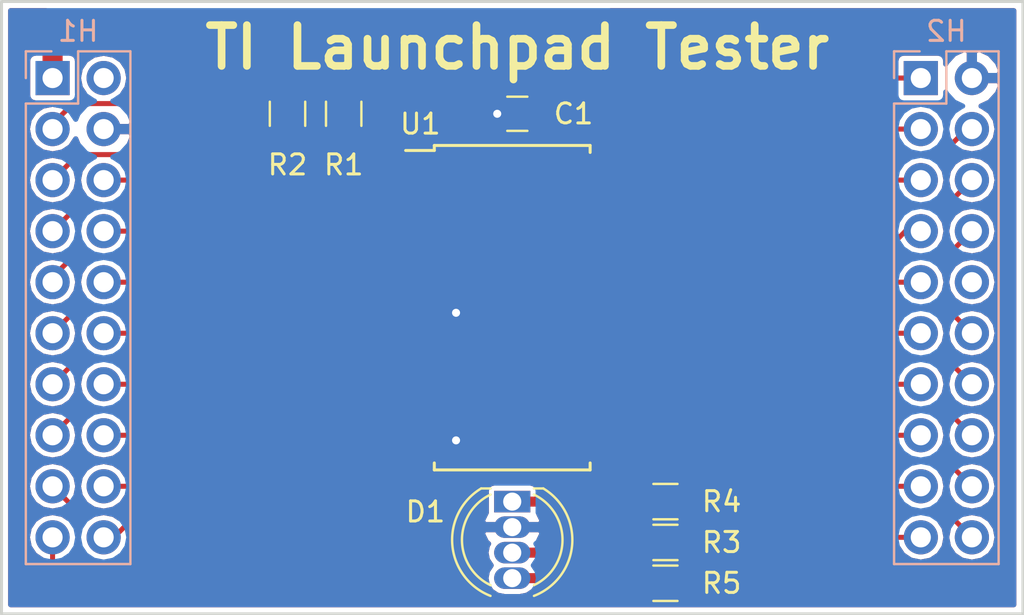
<source format=kicad_pcb>
(kicad_pcb (version 4) (host pcbnew 4.0.6-e0-6349~53~ubuntu16.04.1)

  (general
    (links 53)
    (no_connects 0)
    (area 124.384999 87.554999 175.335001 118.185001)
    (thickness 1.6)
    (drawings 5)
    (tracks 201)
    (zones 0)
    (modules 10)
    (nets 52)
  )

  (page A4)
  (layers
    (0 F.Cu signal)
    (31 B.Cu signal)
    (32 B.Adhes user)
    (33 F.Adhes user)
    (34 B.Paste user)
    (35 F.Paste user)
    (36 B.SilkS user)
    (37 F.SilkS user)
    (38 B.Mask user)
    (39 F.Mask user)
    (40 Dwgs.User user)
    (41 Cmts.User user)
    (42 Eco1.User user)
    (43 Eco2.User user)
    (44 Edge.Cuts user)
    (45 Margin user)
    (46 B.CrtYd user hide)
    (47 F.CrtYd user)
    (48 B.Fab user)
    (49 F.Fab user hide)
  )

  (setup
    (last_trace_width 0.25)
    (user_trace_width 0.5)
    (user_trace_width 0.7)
    (user_trace_width 1)
    (trace_clearance 0.2)
    (zone_clearance 0.254)
    (zone_45_only no)
    (trace_min 0.2)
    (segment_width 0.2)
    (edge_width 0.15)
    (via_size 0.6)
    (via_drill 0.4)
    (via_min_size 0.4)
    (via_min_drill 0.3)
    (uvia_size 0.3)
    (uvia_drill 0.1)
    (uvias_allowed no)
    (uvia_min_size 0)
    (uvia_min_drill 0)
    (pcb_text_width 0.3)
    (pcb_text_size 1.5 1.5)
    (mod_edge_width 0.15)
    (mod_text_size 1 1)
    (mod_text_width 0.15)
    (pad_size 1.524 1.524)
    (pad_drill 0.762)
    (pad_to_mask_clearance 0.2)
    (aux_axis_origin 0 0)
    (visible_elements FFFFFF7F)
    (pcbplotparams
      (layerselection 0x010fc_80000001)
      (usegerberextensions false)
      (excludeedgelayer true)
      (linewidth 0.100000)
      (plotframeref false)
      (viasonmask false)
      (mode 1)
      (useauxorigin false)
      (hpglpennumber 1)
      (hpglpenspeed 20)
      (hpglpendiameter 15)
      (hpglpenoverlay 2)
      (psnegative false)
      (psa4output false)
      (plotreference true)
      (plotvalue true)
      (plotinvisibletext false)
      (padsonsilk false)
      (subtractmaskfromsilk false)
      (outputformat 1)
      (mirror false)
      (drillshape 0)
      (scaleselection 1)
      (outputdirectory Gerber/))
  )

  (net 0 "")
  (net 1 +3V3)
  (net 2 GND)
  (net 3 /P6.0)
  (net 4 /P6.1)
  (net 5 /P3.2)
  (net 6 /P4.0)
  (net 7 /P3.3)
  (net 8 /P4.2)
  (net 9 /P4.1)
  (net 10 /P4.4)
  (net 11 /P4.3)
  (net 12 /P4.5)
  (net 13 /P1.5)
  (net 14 /P4.7)
  (net 15 /P4.6)
  (net 16 /P5.4)
  (net 17 /SCL)
  (net 18 /P5.5)
  (net 19 /SDA)
  (net 20 /P2.7)
  (net 21 /P2.5)
  (net 22 /P2.6)
  (net 23 /P3.0)
  (net 24 /P2.4)
  (net 25 /P5.7)
  (net 26 /P5.6)
  (net 27 /P6.6)
  (net 28 /P1.6)
  (net 29 /P6.7)
  (net 30 /P1.7)
  (net 31 /P2.3)
  (net 32 /P5.0)
  (net 33 /P5.1)
  (net 34 /P5.2)
  (net 35 /P3.5)
  (net 36 /P3.6)
  (net 37 /P3.7)
  (net 38 "Net-(U1-Pad17)")
  (net 39 "Net-(U1-Pad18)")
  (net 40 "Net-(U1-Pad19)")
  (net 41 "Net-(U1-Pad22)")
  (net 42 "Net-(U1-Pad26)")
  (net 43 "Net-(U1-Pad35)")
  (net 44 "Net-(D1-Pad1)")
  (net 45 "Net-(D1-Pad3)")
  (net 46 "Net-(D1-Pad4)")
  (net 47 "Net-(R3-Pad2)")
  (net 48 "Net-(R4-Pad2)")
  (net 49 "Net-(R5-Pad2)")
  (net 50 "Net-(H1-Pad2)")
  (net 51 "Net-(H2-Pad10)")

  (net_class Default "Dies ist die voreingestellte Netzklasse."
    (clearance 0.2)
    (trace_width 0.25)
    (via_dia 0.6)
    (via_drill 0.4)
    (uvia_dia 0.3)
    (uvia_drill 0.1)
    (add_net +3V3)
    (add_net /P1.5)
    (add_net /P1.6)
    (add_net /P1.7)
    (add_net /P2.3)
    (add_net /P2.4)
    (add_net /P2.5)
    (add_net /P2.6)
    (add_net /P2.7)
    (add_net /P3.0)
    (add_net /P3.2)
    (add_net /P3.3)
    (add_net /P3.5)
    (add_net /P3.6)
    (add_net /P3.7)
    (add_net /P4.0)
    (add_net /P4.1)
    (add_net /P4.2)
    (add_net /P4.3)
    (add_net /P4.4)
    (add_net /P4.5)
    (add_net /P4.6)
    (add_net /P4.7)
    (add_net /P5.0)
    (add_net /P5.1)
    (add_net /P5.2)
    (add_net /P5.4)
    (add_net /P5.5)
    (add_net /P5.6)
    (add_net /P5.7)
    (add_net /P6.0)
    (add_net /P6.1)
    (add_net /P6.6)
    (add_net /P6.7)
    (add_net /SCL)
    (add_net /SDA)
    (add_net GND)
    (add_net "Net-(D1-Pad1)")
    (add_net "Net-(D1-Pad3)")
    (add_net "Net-(D1-Pad4)")
    (add_net "Net-(H1-Pad2)")
    (add_net "Net-(H2-Pad10)")
    (add_net "Net-(R3-Pad2)")
    (add_net "Net-(R4-Pad2)")
    (add_net "Net-(R5-Pad2)")
    (add_net "Net-(U1-Pad17)")
    (add_net "Net-(U1-Pad18)")
    (add_net "Net-(U1-Pad19)")
    (add_net "Net-(U1-Pad22)")
    (add_net "Net-(U1-Pad26)")
    (add_net "Net-(U1-Pad35)")
  )

  (module Housings_SSOP:SSOP-48_7.5x15.9mm_Pitch0.635mm (layer F.Cu) (tedit 599EE1D4) (tstamp 59A461AF)
    (at 149.86 102.87)
    (descr "SSOP48: plastic shrink small outline package; 48 leads; body width 7.5 mm; (see NXP SSOP-TSSOP-VSO-REFLOW.pdf and sot370-1_po.pdf)")
    (tags "SSOP 0.635")
    (path /599DAAAC)
    (attr smd)
    (fp_text reference U1 (at -4.572 -9.144) (layer F.SilkS)
      (effects (font (size 1 1) (thickness 0.15)))
    )
    (fp_text value CY8C9540A (at 0 9) (layer F.Fab) hide
      (effects (font (size 1 1) (thickness 0.15)))
    )
    (fp_line (start -2.75 -7.95) (end 3.75 -7.95) (layer F.Fab) (width 0.15))
    (fp_line (start 3.75 -7.95) (end 3.75 7.95) (layer F.Fab) (width 0.15))
    (fp_line (start 3.75 7.95) (end -3.75 7.95) (layer F.Fab) (width 0.15))
    (fp_line (start -3.75 7.95) (end -3.75 -6.95) (layer F.Fab) (width 0.15))
    (fp_line (start -3.75 -6.95) (end -2.75 -7.95) (layer F.Fab) (width 0.15))
    (fp_line (start -5.55 -8.25) (end -5.55 8.25) (layer F.CrtYd) (width 0.05))
    (fp_line (start 5.55 -8.25) (end 5.55 8.25) (layer F.CrtYd) (width 0.05))
    (fp_line (start -5.55 -8.25) (end 5.55 -8.25) (layer F.CrtYd) (width 0.05))
    (fp_line (start -5.55 8.25) (end 5.55 8.25) (layer F.CrtYd) (width 0.05))
    (fp_line (start -3.875 -8.075) (end -3.875 -7.825) (layer F.SilkS) (width 0.15))
    (fp_line (start 3.875 -8.075) (end 3.875 -7.7275) (layer F.SilkS) (width 0.15))
    (fp_line (start 3.875 8.075) (end 3.875 7.7275) (layer F.SilkS) (width 0.15))
    (fp_line (start -3.875 8.075) (end -3.875 7.7275) (layer F.SilkS) (width 0.15))
    (fp_line (start -3.875 -8.075) (end 3.875 -8.075) (layer F.SilkS) (width 0.15))
    (fp_line (start -3.875 8.075) (end 3.875 8.075) (layer F.SilkS) (width 0.15))
    (fp_line (start -3.875 -7.825) (end -5.3 -7.825) (layer F.SilkS) (width 0.15))
    (pad 1 smd rect (at -4.7 -7.3025) (size 1.2 0.4) (layers F.Cu F.Paste F.Mask)
      (net 3 /P6.0))
    (pad 2 smd rect (at -4.7 -6.6675) (size 1.2 0.4) (layers F.Cu F.Paste F.Mask)
      (net 5 /P3.2))
    (pad 3 smd rect (at -4.7 -6.0325) (size 1.2 0.4) (layers F.Cu F.Paste F.Mask)
      (net 4 /P6.1))
    (pad 4 smd rect (at -4.7 -5.3975) (size 1.2 0.4) (layers F.Cu F.Paste F.Mask)
      (net 7 /P3.3))
    (pad 5 smd rect (at -4.7 -4.7625) (size 1.2 0.4) (layers F.Cu F.Paste F.Mask)
      (net 6 /P4.0))
    (pad 6 smd rect (at -4.7 -4.1275) (size 1.2 0.4) (layers F.Cu F.Paste F.Mask)
      (net 9 /P4.1))
    (pad 7 smd rect (at -4.7 -3.4925) (size 1.2 0.4) (layers F.Cu F.Paste F.Mask)
      (net 8 /P4.2))
    (pad 8 smd rect (at -4.7 -2.8575) (size 1.2 0.4) (layers F.Cu F.Paste F.Mask)
      (net 11 /P4.3))
    (pad 9 smd rect (at -4.7 -2.2225) (size 1.2 0.4) (layers F.Cu F.Paste F.Mask)
      (net 10 /P4.4))
    (pad 10 smd rect (at -4.7 -1.5875) (size 1.2 0.4) (layers F.Cu F.Paste F.Mask)
      (net 13 /P1.5))
    (pad 11 smd rect (at -4.7 -0.9525) (size 1.2 0.4) (layers F.Cu F.Paste F.Mask)
      (net 12 /P4.5))
    (pad 12 smd rect (at -4.7 -0.3175) (size 1.2 0.4) (layers F.Cu F.Paste F.Mask)
      (net 15 /P4.6))
    (pad 13 smd rect (at -4.7 0.3175) (size 1.2 0.4) (layers F.Cu F.Paste F.Mask)
      (net 2 GND))
    (pad 14 smd rect (at -4.7 0.9525) (size 1.2 0.4) (layers F.Cu F.Paste F.Mask)
      (net 14 /P4.7))
    (pad 15 smd rect (at -4.7 1.5875) (size 1.2 0.4) (layers F.Cu F.Paste F.Mask)
      (net 16 /P5.4))
    (pad 16 smd rect (at -4.7 2.2225) (size 1.2 0.4) (layers F.Cu F.Paste F.Mask)
      (net 18 /P5.5))
    (pad 17 smd rect (at -4.7 2.8575) (size 1.2 0.4) (layers F.Cu F.Paste F.Mask)
      (net 38 "Net-(U1-Pad17)"))
    (pad 18 smd rect (at -4.7 3.4925) (size 1.2 0.4) (layers F.Cu F.Paste F.Mask)
      (net 39 "Net-(U1-Pad18)"))
    (pad 19 smd rect (at -4.7 4.1275) (size 1.2 0.4) (layers F.Cu F.Paste F.Mask)
      (net 40 "Net-(U1-Pad19)"))
    (pad 20 smd rect (at -4.7 4.7625) (size 1.2 0.4) (layers F.Cu F.Paste F.Mask)
      (net 17 /SCL))
    (pad 21 smd rect (at -4.7 5.3975) (size 1.2 0.4) (layers F.Cu F.Paste F.Mask)
      (net 19 /SDA))
    (pad 22 smd rect (at -4.7 6.0325) (size 1.2 0.4) (layers F.Cu F.Paste F.Mask)
      (net 41 "Net-(U1-Pad22)"))
    (pad 23 smd rect (at -4.7 6.6675) (size 1.2 0.4) (layers F.Cu F.Paste F.Mask)
      (net 2 GND))
    (pad 24 smd rect (at -4.7 7.3025) (size 1.2 0.4) (layers F.Cu F.Paste F.Mask)
      (net 2 GND))
    (pad 25 smd rect (at 4.7 7.3025) (size 1.2 0.4) (layers F.Cu F.Paste F.Mask)
      (net 49 "Net-(R5-Pad2)"))
    (pad 26 smd rect (at 4.7 6.6675) (size 1.2 0.4) (layers F.Cu F.Paste F.Mask)
      (net 42 "Net-(U1-Pad26)"))
    (pad 27 smd rect (at 4.7 6.0325) (size 1.2 0.4) (layers F.Cu F.Paste F.Mask)
      (net 48 "Net-(R4-Pad2)"))
    (pad 28 smd rect (at 4.7 5.3975) (size 1.2 0.4) (layers F.Cu F.Paste F.Mask)
      (net 47 "Net-(R3-Pad2)"))
    (pad 29 smd rect (at 4.7 4.7625) (size 1.2 0.4) (layers F.Cu F.Paste F.Mask)
      (net 37 /P3.7))
    (pad 30 smd rect (at 4.7 4.1275) (size 1.2 0.4) (layers F.Cu F.Paste F.Mask)
      (net 36 /P3.6))
    (pad 31 smd rect (at 4.7 3.4925) (size 1.2 0.4) (layers F.Cu F.Paste F.Mask)
      (net 35 /P3.5))
    (pad 32 smd rect (at 4.7 2.8575) (size 1.2 0.4) (layers F.Cu F.Paste F.Mask)
      (net 34 /P5.2))
    (pad 33 smd rect (at 4.7 2.2225) (size 1.2 0.4) (layers F.Cu F.Paste F.Mask)
      (net 33 /P5.1))
    (pad 34 smd rect (at 4.7 1.5875) (size 1.2 0.4) (layers F.Cu F.Paste F.Mask)
      (net 32 /P5.0))
    (pad 35 smd rect (at 4.7 0.9525) (size 1.2 0.4) (layers F.Cu F.Paste F.Mask)
      (net 43 "Net-(U1-Pad35)"))
    (pad 36 smd rect (at 4.7 0.3175) (size 1.2 0.4) (layers F.Cu F.Paste F.Mask)
      (net 31 /P2.3))
    (pad 37 smd rect (at 4.7 -0.3175) (size 1.2 0.4) (layers F.Cu F.Paste F.Mask)
      (net 30 /P1.7))
    (pad 38 smd rect (at 4.7 -0.9525) (size 1.2 0.4) (layers F.Cu F.Paste F.Mask)
      (net 29 /P6.7))
    (pad 39 smd rect (at 4.7 -1.5875) (size 1.2 0.4) (layers F.Cu F.Paste F.Mask)
      (net 28 /P1.6))
    (pad 40 smd rect (at 4.7 -2.2225) (size 1.2 0.4) (layers F.Cu F.Paste F.Mask)
      (net 27 /P6.6))
    (pad 41 smd rect (at 4.7 -2.8575) (size 1.2 0.4) (layers F.Cu F.Paste F.Mask)
      (net 25 /P5.7))
    (pad 42 smd rect (at 4.7 -3.4925) (size 1.2 0.4) (layers F.Cu F.Paste F.Mask)
      (net 26 /P5.6))
    (pad 43 smd rect (at 4.7 -4.1275) (size 1.2 0.4) (layers F.Cu F.Paste F.Mask)
      (net 23 /P3.0))
    (pad 44 smd rect (at 4.7 -4.7625) (size 1.2 0.4) (layers F.Cu F.Paste F.Mask)
      (net 24 /P2.4))
    (pad 45 smd rect (at 4.7 -5.3975) (size 1.2 0.4) (layers F.Cu F.Paste F.Mask)
      (net 21 /P2.5))
    (pad 46 smd rect (at 4.7 -6.0325) (size 1.2 0.4) (layers F.Cu F.Paste F.Mask)
      (net 22 /P2.6))
    (pad 47 smd rect (at 4.7 -6.6675) (size 1.2 0.4) (layers F.Cu F.Paste F.Mask)
      (net 20 /P2.7))
    (pad 48 smd rect (at 4.7 -7.3025) (size 1.2 0.4) (layers F.Cu F.Paste F.Mask)
      (net 1 +3V3))
    (model Housings_SSOP.3dshapes/SSOP-48_7.5x15.9mm_Pitch0.635mm.wrl
      (at (xyz 0 0 0))
      (scale (xyz 1 1 1))
      (rotate (xyz 0 0 0))
    )
  )

  (module Capacitors_SMD:C_0805 (layer F.Cu) (tedit 599EE6F4) (tstamp 59A4655A)
    (at 150.114 93.218 180)
    (descr "Capacitor SMD 0805, reflow soldering, AVX (see smccp.pdf)")
    (tags "capacitor 0805")
    (path /599DE761)
    (attr smd)
    (fp_text reference C1 (at -2.794 0 360) (layer F.SilkS)
      (effects (font (size 1 1) (thickness 0.15)))
    )
    (fp_text value 100nF (at 0 1.75 180) (layer F.Fab) hide
      (effects (font (size 1 1) (thickness 0.15)))
    )
    (fp_text user %R (at -8.636 -0.762 180) (layer F.Fab) hide
      (effects (font (size 1 1) (thickness 0.15)))
    )
    (fp_line (start -1 0.62) (end -1 -0.62) (layer F.Fab) (width 0.1))
    (fp_line (start 1 0.62) (end -1 0.62) (layer F.Fab) (width 0.1))
    (fp_line (start 1 -0.62) (end 1 0.62) (layer F.Fab) (width 0.1))
    (fp_line (start -1 -0.62) (end 1 -0.62) (layer F.Fab) (width 0.1))
    (fp_line (start 0.5 -0.85) (end -0.5 -0.85) (layer F.SilkS) (width 0.12))
    (fp_line (start -0.5 0.85) (end 0.5 0.85) (layer F.SilkS) (width 0.12))
    (fp_line (start -1.75 -0.88) (end 1.75 -0.88) (layer F.CrtYd) (width 0.05))
    (fp_line (start -1.75 -0.88) (end -1.75 0.87) (layer F.CrtYd) (width 0.05))
    (fp_line (start 1.75 0.87) (end 1.75 -0.88) (layer F.CrtYd) (width 0.05))
    (fp_line (start 1.75 0.87) (end -1.75 0.87) (layer F.CrtYd) (width 0.05))
    (pad 1 smd rect (at -1 0 180) (size 1 1.25) (layers F.Cu F.Paste F.Mask)
      (net 1 +3V3))
    (pad 2 smd rect (at 1 0 180) (size 1 1.25) (layers F.Cu F.Paste F.Mask)
      (net 2 GND))
    (model Capacitors_SMD.3dshapes/C_0805.wrl
      (at (xyz 0 0 0))
      (scale (xyz 1 1 1))
      (rotate (xyz 0 0 0))
    )
  )

  (module LEDs:LED_D5.0mm-4 (layer F.Cu) (tedit 599E6C6F) (tstamp 59A46562)
    (at 149.86 112.522 270)
    (descr "LED, diameter 5.0mm, 2 pins, diameter 5.0mm, 3 pins, diameter 5.0mm, 4 pins, http://www.kingbright.com/attachments/file/psearch/000/00/00/L-154A4SUREQBFZGEW(Ver.9A).pdf")
    (tags "LED diameter 5.0mm 2 pins diameter 5.0mm 3 pins diameter 5.0mm 4 pins")
    (path /599DEF90)
    (fp_text reference D1 (at 0.508 4.318 360) (layer F.SilkS)
      (effects (font (size 1 1) (thickness 0.15)))
    )
    (fp_text value LED_RGB_5mm (at 1.905 3.96 270) (layer F.Fab) hide
      (effects (font (size 1 1) (thickness 0.15)))
    )
    (fp_arc (start 1.905 0) (end -0.595 -1.469694) (angle 299.1) (layer F.Fab) (width 0.1))
    (fp_arc (start 1.905 0) (end -0.655 -1.54483) (angle 127.7) (layer F.SilkS) (width 0.12))
    (fp_arc (start 1.905 0) (end -0.655 1.54483) (angle -127.7) (layer F.SilkS) (width 0.12))
    (fp_arc (start 1.905 0) (end -0.349684 -1.08) (angle 128.8) (layer F.SilkS) (width 0.12))
    (fp_arc (start 1.905 0) (end -0.349684 1.08) (angle -128.8) (layer F.SilkS) (width 0.12))
    (fp_circle (center 1.905 0) (end 4.405 0) (layer F.Fab) (width 0.1))
    (fp_line (start -0.595 -1.469694) (end -0.595 1.469694) (layer F.Fab) (width 0.1))
    (fp_line (start -0.655 -1.545) (end -0.655 -1.08) (layer F.SilkS) (width 0.12))
    (fp_line (start -0.655 1.08) (end -0.655 1.545) (layer F.SilkS) (width 0.12))
    (fp_line (start -1.35 -3.25) (end -1.35 3.25) (layer F.CrtYd) (width 0.05))
    (fp_line (start -1.35 3.25) (end 5.15 3.25) (layer F.CrtYd) (width 0.05))
    (fp_line (start 5.15 3.25) (end 5.15 -3.25) (layer F.CrtYd) (width 0.05))
    (fp_line (start 5.15 -3.25) (end -1.35 -3.25) (layer F.CrtYd) (width 0.05))
    (pad 1 thru_hole rect (at 0 0 270) (size 1.07 1.8) (drill 0.9) (layers *.Cu *.Mask)
      (net 44 "Net-(D1-Pad1)"))
    (pad 2 thru_hole oval (at 1.27 0 270) (size 1.07 1.8) (drill 0.9) (layers *.Cu *.Mask)
      (net 2 GND))
    (pad 3 thru_hole oval (at 2.54 0 270) (size 1.07 1.8) (drill 0.9) (layers *.Cu *.Mask)
      (net 45 "Net-(D1-Pad3)"))
    (pad 4 thru_hole oval (at 3.81 0 270) (size 1.07 1.8) (drill 0.9) (layers *.Cu *.Mask)
      (net 46 "Net-(D1-Pad4)"))
    (model LEDs.3dshapes/LED_D5.0mm-4.wrl
      (at (xyz 0 0 0))
      (scale (xyz 0.393701 0.393701 0.393701))
      (rotate (xyz 0 0 0))
    )
  )

  (module Resistors_SMD:R_0805 (layer F.Cu) (tedit 599EE6FC) (tstamp 59A46568)
    (at 141.478 93.218 270)
    (descr "Resistor SMD 0805, reflow soldering, Vishay (see dcrcw.pdf)")
    (tags "resistor 0805")
    (path /599DEA4E)
    (attr smd)
    (fp_text reference R1 (at 2.54 0 360) (layer F.SilkS)
      (effects (font (size 1 1) (thickness 0.15)))
    )
    (fp_text value 4K7 (at 0 1.75 270) (layer F.Fab) hide
      (effects (font (size 1 1) (thickness 0.15)))
    )
    (fp_text user %R (at 0 -1.65 270) (layer F.Fab) hide
      (effects (font (size 1 1) (thickness 0.15)))
    )
    (fp_line (start -1 0.62) (end -1 -0.62) (layer F.Fab) (width 0.1))
    (fp_line (start 1 0.62) (end -1 0.62) (layer F.Fab) (width 0.1))
    (fp_line (start 1 -0.62) (end 1 0.62) (layer F.Fab) (width 0.1))
    (fp_line (start -1 -0.62) (end 1 -0.62) (layer F.Fab) (width 0.1))
    (fp_line (start 0.6 0.88) (end -0.6 0.88) (layer F.SilkS) (width 0.12))
    (fp_line (start -0.6 -0.88) (end 0.6 -0.88) (layer F.SilkS) (width 0.12))
    (fp_line (start -1.55 -0.9) (end 1.55 -0.9) (layer F.CrtYd) (width 0.05))
    (fp_line (start -1.55 -0.9) (end -1.55 0.9) (layer F.CrtYd) (width 0.05))
    (fp_line (start 1.55 0.9) (end 1.55 -0.9) (layer F.CrtYd) (width 0.05))
    (fp_line (start 1.55 0.9) (end -1.55 0.9) (layer F.CrtYd) (width 0.05))
    (pad 1 smd rect (at -0.95 0 270) (size 0.7 1.3) (layers F.Cu F.Paste F.Mask)
      (net 1 +3V3))
    (pad 2 smd rect (at 0.95 0 270) (size 0.7 1.3) (layers F.Cu F.Paste F.Mask)
      (net 17 /SCL))
    (model Resistors_SMD.3dshapes/R_0805.wrl
      (at (xyz 0 0 0))
      (scale (xyz 1 1 1))
      (rotate (xyz 0 0 0))
    )
  )

  (module Resistors_SMD:R_0805 (layer F.Cu) (tedit 599EE6F9) (tstamp 59A4656E)
    (at 138.684 93.218 270)
    (descr "Resistor SMD 0805, reflow soldering, Vishay (see dcrcw.pdf)")
    (tags "resistor 0805")
    (path /599DE989)
    (attr smd)
    (fp_text reference R2 (at 2.54 0 360) (layer F.SilkS)
      (effects (font (size 1 1) (thickness 0.15)))
    )
    (fp_text value 4K7 (at 0 1.75 270) (layer F.Fab) hide
      (effects (font (size 1 1) (thickness 0.15)))
    )
    (fp_text user %R (at 0 -1.65 270) (layer F.Fab) hide
      (effects (font (size 1 1) (thickness 0.15)))
    )
    (fp_line (start -1 0.62) (end -1 -0.62) (layer F.Fab) (width 0.1))
    (fp_line (start 1 0.62) (end -1 0.62) (layer F.Fab) (width 0.1))
    (fp_line (start 1 -0.62) (end 1 0.62) (layer F.Fab) (width 0.1))
    (fp_line (start -1 -0.62) (end 1 -0.62) (layer F.Fab) (width 0.1))
    (fp_line (start 0.6 0.88) (end -0.6 0.88) (layer F.SilkS) (width 0.12))
    (fp_line (start -0.6 -0.88) (end 0.6 -0.88) (layer F.SilkS) (width 0.12))
    (fp_line (start -1.55 -0.9) (end 1.55 -0.9) (layer F.CrtYd) (width 0.05))
    (fp_line (start -1.55 -0.9) (end -1.55 0.9) (layer F.CrtYd) (width 0.05))
    (fp_line (start 1.55 0.9) (end 1.55 -0.9) (layer F.CrtYd) (width 0.05))
    (fp_line (start 1.55 0.9) (end -1.55 0.9) (layer F.CrtYd) (width 0.05))
    (pad 1 smd rect (at -0.95 0 270) (size 0.7 1.3) (layers F.Cu F.Paste F.Mask)
      (net 1 +3V3))
    (pad 2 smd rect (at 0.95 0 270) (size 0.7 1.3) (layers F.Cu F.Paste F.Mask)
      (net 19 /SDA))
    (model Resistors_SMD.3dshapes/R_0805.wrl
      (at (xyz 0 0 0))
      (scale (xyz 1 1 1))
      (rotate (xyz 0 0 0))
    )
  )

  (module Resistors_SMD:R_0805 (layer F.Cu) (tedit 599EE648) (tstamp 599E6B54)
    (at 157.48 114.554)
    (descr "Resistor SMD 0805, reflow soldering, Vishay (see dcrcw.pdf)")
    (tags "resistor 0805")
    (path /599E6B54)
    (attr smd)
    (fp_text reference R3 (at 2.794 0) (layer F.SilkS)
      (effects (font (size 1 1) (thickness 0.15)))
    )
    (fp_text value 470 (at 0 1.75) (layer F.Fab) hide
      (effects (font (size 1 1) (thickness 0.15)))
    )
    (fp_text user %R (at 0 -1.65) (layer F.Fab) hide
      (effects (font (size 1 1) (thickness 0.15)))
    )
    (fp_line (start -1 0.62) (end -1 -0.62) (layer F.Fab) (width 0.1))
    (fp_line (start 1 0.62) (end -1 0.62) (layer F.Fab) (width 0.1))
    (fp_line (start 1 -0.62) (end 1 0.62) (layer F.Fab) (width 0.1))
    (fp_line (start -1 -0.62) (end 1 -0.62) (layer F.Fab) (width 0.1))
    (fp_line (start 0.6 0.88) (end -0.6 0.88) (layer F.SilkS) (width 0.12))
    (fp_line (start -0.6 -0.88) (end 0.6 -0.88) (layer F.SilkS) (width 0.12))
    (fp_line (start -1.55 -0.9) (end 1.55 -0.9) (layer F.CrtYd) (width 0.05))
    (fp_line (start -1.55 -0.9) (end -1.55 0.9) (layer F.CrtYd) (width 0.05))
    (fp_line (start 1.55 0.9) (end 1.55 -0.9) (layer F.CrtYd) (width 0.05))
    (fp_line (start 1.55 0.9) (end -1.55 0.9) (layer F.CrtYd) (width 0.05))
    (pad 1 smd rect (at -0.95 0) (size 0.7 1.3) (layers F.Cu F.Paste F.Mask)
      (net 45 "Net-(D1-Pad3)"))
    (pad 2 smd rect (at 0.95 0) (size 0.7 1.3) (layers F.Cu F.Paste F.Mask)
      (net 47 "Net-(R3-Pad2)"))
    (model Resistors_SMD.3dshapes/R_0805.wrl
      (at (xyz 0 0 0))
      (scale (xyz 1 1 1))
      (rotate (xyz 0 0 0))
    )
  )

  (module Resistors_SMD:R_0805 (layer F.Cu) (tedit 599EE68D) (tstamp 599E6B5A)
    (at 157.48 112.522)
    (descr "Resistor SMD 0805, reflow soldering, Vishay (see dcrcw.pdf)")
    (tags "resistor 0805")
    (path /599E6BDD)
    (attr smd)
    (fp_text reference R4 (at 2.794 0) (layer F.SilkS)
      (effects (font (size 1 1) (thickness 0.15)))
    )
    (fp_text value 470 (at 0 1.75) (layer F.Fab) hide
      (effects (font (size 1 1) (thickness 0.15)))
    )
    (fp_text user %R (at 0 -1.65) (layer F.Fab) hide
      (effects (font (size 1 1) (thickness 0.15)))
    )
    (fp_line (start -1 0.62) (end -1 -0.62) (layer F.Fab) (width 0.1))
    (fp_line (start 1 0.62) (end -1 0.62) (layer F.Fab) (width 0.1))
    (fp_line (start 1 -0.62) (end 1 0.62) (layer F.Fab) (width 0.1))
    (fp_line (start -1 -0.62) (end 1 -0.62) (layer F.Fab) (width 0.1))
    (fp_line (start 0.6 0.88) (end -0.6 0.88) (layer F.SilkS) (width 0.12))
    (fp_line (start -0.6 -0.88) (end 0.6 -0.88) (layer F.SilkS) (width 0.12))
    (fp_line (start -1.55 -0.9) (end 1.55 -0.9) (layer F.CrtYd) (width 0.05))
    (fp_line (start -1.55 -0.9) (end -1.55 0.9) (layer F.CrtYd) (width 0.05))
    (fp_line (start 1.55 0.9) (end 1.55 -0.9) (layer F.CrtYd) (width 0.05))
    (fp_line (start 1.55 0.9) (end -1.55 0.9) (layer F.CrtYd) (width 0.05))
    (pad 1 smd rect (at -0.95 0) (size 0.7 1.3) (layers F.Cu F.Paste F.Mask)
      (net 44 "Net-(D1-Pad1)"))
    (pad 2 smd rect (at 0.95 0) (size 0.7 1.3) (layers F.Cu F.Paste F.Mask)
      (net 48 "Net-(R4-Pad2)"))
    (model Resistors_SMD.3dshapes/R_0805.wrl
      (at (xyz 0 0 0))
      (scale (xyz 1 1 1))
      (rotate (xyz 0 0 0))
    )
  )

  (module Resistors_SMD:R_0805 (layer F.Cu) (tedit 599EE643) (tstamp 599E6B60)
    (at 157.48 116.586)
    (descr "Resistor SMD 0805, reflow soldering, Vishay (see dcrcw.pdf)")
    (tags "resistor 0805")
    (path /599E6C3E)
    (attr smd)
    (fp_text reference R5 (at 2.794 0) (layer F.SilkS)
      (effects (font (size 1 1) (thickness 0.15)))
    )
    (fp_text value 470 (at 0 1.75) (layer F.Fab) hide
      (effects (font (size 1 1) (thickness 0.15)))
    )
    (fp_text user %R (at 0 -1.65) (layer F.Fab) hide
      (effects (font (size 1 1) (thickness 0.15)))
    )
    (fp_line (start -1 0.62) (end -1 -0.62) (layer F.Fab) (width 0.1))
    (fp_line (start 1 0.62) (end -1 0.62) (layer F.Fab) (width 0.1))
    (fp_line (start 1 -0.62) (end 1 0.62) (layer F.Fab) (width 0.1))
    (fp_line (start -1 -0.62) (end 1 -0.62) (layer F.Fab) (width 0.1))
    (fp_line (start 0.6 0.88) (end -0.6 0.88) (layer F.SilkS) (width 0.12))
    (fp_line (start -0.6 -0.88) (end 0.6 -0.88) (layer F.SilkS) (width 0.12))
    (fp_line (start -1.55 -0.9) (end 1.55 -0.9) (layer F.CrtYd) (width 0.05))
    (fp_line (start -1.55 -0.9) (end -1.55 0.9) (layer F.CrtYd) (width 0.05))
    (fp_line (start 1.55 0.9) (end 1.55 -0.9) (layer F.CrtYd) (width 0.05))
    (fp_line (start 1.55 0.9) (end -1.55 0.9) (layer F.CrtYd) (width 0.05))
    (pad 1 smd rect (at -0.95 0) (size 0.7 1.3) (layers F.Cu F.Paste F.Mask)
      (net 46 "Net-(D1-Pad4)"))
    (pad 2 smd rect (at 0.95 0) (size 0.7 1.3) (layers F.Cu F.Paste F.Mask)
      (net 49 "Net-(R5-Pad2)"))
    (model Resistors_SMD.3dshapes/R_0805.wrl
      (at (xyz 0 0 0))
      (scale (xyz 1 1 1))
      (rotate (xyz 0 0 0))
    )
  )

  (module Socket_Strips:Socket_Strip_Straight_2x10_Pitch2.54mm (layer B.Cu) (tedit 599EB707) (tstamp 59A6CF80)
    (at 127 91.44 180)
    (descr "Through hole straight socket strip, 2x10, 2.54mm pitch, double rows")
    (tags "Through hole socket strip THT 2x10 2.54mm double row")
    (path /599EB838)
    (fp_text reference H1 (at -1.27 2.33 180) (layer B.SilkS)
      (effects (font (size 1 1) (thickness 0.15)) (justify mirror))
    )
    (fp_text value Header-J1-J3 (at 3.81 -25.908 180) (layer B.Fab) hide
      (effects (font (size 1 1) (thickness 0.15)) (justify mirror))
    )
    (fp_line (start -3.81 1.27) (end -3.81 -24.13) (layer B.Fab) (width 0.1))
    (fp_line (start -3.81 -24.13) (end 1.27 -24.13) (layer B.Fab) (width 0.1))
    (fp_line (start 1.27 -24.13) (end 1.27 1.27) (layer B.Fab) (width 0.1))
    (fp_line (start 1.27 1.27) (end -3.81 1.27) (layer B.Fab) (width 0.1))
    (fp_line (start 1.33 -1.27) (end 1.33 -24.19) (layer B.SilkS) (width 0.12))
    (fp_line (start 1.33 -24.19) (end -3.87 -24.19) (layer B.SilkS) (width 0.12))
    (fp_line (start -3.87 -24.19) (end -3.87 1.33) (layer B.SilkS) (width 0.12))
    (fp_line (start -3.87 1.33) (end -1.27 1.33) (layer B.SilkS) (width 0.12))
    (fp_line (start -1.27 1.33) (end -1.27 -1.27) (layer B.SilkS) (width 0.12))
    (fp_line (start -1.27 -1.27) (end 1.33 -1.27) (layer B.SilkS) (width 0.12))
    (fp_line (start 1.33 0) (end 1.33 1.33) (layer B.SilkS) (width 0.12))
    (fp_line (start 1.33 1.33) (end 0.06 1.33) (layer B.SilkS) (width 0.12))
    (fp_line (start -4.1 1.55) (end -4.1 -24.4) (layer B.CrtYd) (width 0.05))
    (fp_line (start -4.1 -24.4) (end 1.55 -24.4) (layer B.CrtYd) (width 0.05))
    (fp_line (start 1.55 -24.4) (end 1.55 1.55) (layer B.CrtYd) (width 0.05))
    (fp_line (start 1.55 1.55) (end -4.1 1.55) (layer B.CrtYd) (width 0.05))
    (pad 1 thru_hole rect (at 0 0 180) (size 1.7 1.7) (drill 1) (layers *.Cu *.Mask)
      (net 1 +3V3))
    (pad 2 thru_hole oval (at -2.54 0 180) (size 1.7 1.7) (drill 1) (layers *.Cu *.Mask)
      (net 50 "Net-(H1-Pad2)"))
    (pad 3 thru_hole oval (at 0 -2.54 180) (size 1.7 1.7) (drill 1) (layers *.Cu *.Mask)
      (net 3 /P6.0))
    (pad 4 thru_hole oval (at -2.54 -2.54 180) (size 1.7 1.7) (drill 1) (layers *.Cu *.Mask)
      (net 2 GND))
    (pad 5 thru_hole oval (at 0 -5.08 180) (size 1.7 1.7) (drill 1) (layers *.Cu *.Mask)
      (net 5 /P3.2))
    (pad 6 thru_hole oval (at -2.54 -5.08 180) (size 1.7 1.7) (drill 1) (layers *.Cu *.Mask)
      (net 4 /P6.1))
    (pad 7 thru_hole oval (at 0 -7.62 180) (size 1.7 1.7) (drill 1) (layers *.Cu *.Mask)
      (net 7 /P3.3))
    (pad 8 thru_hole oval (at -2.54 -7.62 180) (size 1.7 1.7) (drill 1) (layers *.Cu *.Mask)
      (net 6 /P4.0))
    (pad 9 thru_hole oval (at 0 -10.16 180) (size 1.7 1.7) (drill 1) (layers *.Cu *.Mask)
      (net 9 /P4.1))
    (pad 10 thru_hole oval (at -2.54 -10.16 180) (size 1.7 1.7) (drill 1) (layers *.Cu *.Mask)
      (net 8 /P4.2))
    (pad 11 thru_hole oval (at 0 -12.7 180) (size 1.7 1.7) (drill 1) (layers *.Cu *.Mask)
      (net 11 /P4.3))
    (pad 12 thru_hole oval (at -2.54 -12.7 180) (size 1.7 1.7) (drill 1) (layers *.Cu *.Mask)
      (net 10 /P4.4))
    (pad 13 thru_hole oval (at 0 -15.24 180) (size 1.7 1.7) (drill 1) (layers *.Cu *.Mask)
      (net 13 /P1.5))
    (pad 14 thru_hole oval (at -2.54 -15.24 180) (size 1.7 1.7) (drill 1) (layers *.Cu *.Mask)
      (net 12 /P4.5))
    (pad 15 thru_hole oval (at 0 -17.78 180) (size 1.7 1.7) (drill 1) (layers *.Cu *.Mask)
      (net 15 /P4.6))
    (pad 16 thru_hole oval (at -2.54 -17.78 180) (size 1.7 1.7) (drill 1) (layers *.Cu *.Mask)
      (net 14 /P4.7))
    (pad 17 thru_hole oval (at 0 -20.32 180) (size 1.7 1.7) (drill 1) (layers *.Cu *.Mask)
      (net 17 /SCL))
    (pad 18 thru_hole oval (at -2.54 -20.32 180) (size 1.7 1.7) (drill 1) (layers *.Cu *.Mask)
      (net 16 /P5.4))
    (pad 19 thru_hole oval (at 0 -22.86 180) (size 1.7 1.7) (drill 1) (layers *.Cu *.Mask)
      (net 19 /SDA))
    (pad 20 thru_hole oval (at -2.54 -22.86 180) (size 1.7 1.7) (drill 1) (layers *.Cu *.Mask)
      (net 18 /P5.5))
    (model Socket_Strips.3dshapes/Socket_Strip_Straight_2x10_Pitch2.54mm.wrl
      (at (xyz -0.05 -0.45 0))
      (scale (xyz 1 1 1))
      (rotate (xyz 0 0 270))
    )
  )

  (module Socket_Strips:Socket_Strip_Straight_2x10_Pitch2.54mm (layer B.Cu) (tedit 599EE4B0) (tstamp 59A6CFA7)
    (at 170.18 91.44 180)
    (descr "Through hole straight socket strip, 2x10, 2.54mm pitch, double rows")
    (tags "Through hole socket strip THT 2x10 2.54mm double row")
    (path /599EBFDB)
    (fp_text reference H2 (at -1.27 2.33 180) (layer B.SilkS)
      (effects (font (size 1 1) (thickness 0.15)) (justify mirror))
    )
    (fp_text value Header-J4-J2 (at -1.27 -25.19 180) (layer B.Fab) hide
      (effects (font (size 1 1) (thickness 0.15)) (justify mirror))
    )
    (fp_line (start -3.81 1.27) (end -3.81 -24.13) (layer B.Fab) (width 0.1))
    (fp_line (start -3.81 -24.13) (end 1.27 -24.13) (layer B.Fab) (width 0.1))
    (fp_line (start 1.27 -24.13) (end 1.27 1.27) (layer B.Fab) (width 0.1))
    (fp_line (start 1.27 1.27) (end -3.81 1.27) (layer B.Fab) (width 0.1))
    (fp_line (start 1.33 -1.27) (end 1.33 -24.19) (layer B.SilkS) (width 0.12))
    (fp_line (start 1.33 -24.19) (end -3.87 -24.19) (layer B.SilkS) (width 0.12))
    (fp_line (start -3.87 -24.19) (end -3.87 1.33) (layer B.SilkS) (width 0.12))
    (fp_line (start -3.87 1.33) (end -1.27 1.33) (layer B.SilkS) (width 0.12))
    (fp_line (start -1.27 1.33) (end -1.27 -1.27) (layer B.SilkS) (width 0.12))
    (fp_line (start -1.27 -1.27) (end 1.33 -1.27) (layer B.SilkS) (width 0.12))
    (fp_line (start 1.33 0) (end 1.33 1.33) (layer B.SilkS) (width 0.12))
    (fp_line (start 1.33 1.33) (end 0.06 1.33) (layer B.SilkS) (width 0.12))
    (fp_line (start -4.1 1.55) (end -4.1 -24.4) (layer B.CrtYd) (width 0.05))
    (fp_line (start -4.1 -24.4) (end 1.55 -24.4) (layer B.CrtYd) (width 0.05))
    (fp_line (start 1.55 -24.4) (end 1.55 1.55) (layer B.CrtYd) (width 0.05))
    (fp_line (start 1.55 1.55) (end -4.1 1.55) (layer B.CrtYd) (width 0.05))
    (pad 1 thru_hole rect (at 0 0 180) (size 1.7 1.7) (drill 1) (layers *.Cu *.Mask)
      (net 20 /P2.7))
    (pad 2 thru_hole oval (at -2.54 0 180) (size 1.7 1.7) (drill 1) (layers *.Cu *.Mask)
      (net 2 GND))
    (pad 3 thru_hole oval (at 0 -2.54 180) (size 1.7 1.7) (drill 1) (layers *.Cu *.Mask)
      (net 22 /P2.6))
    (pad 4 thru_hole oval (at -2.54 -2.54 180) (size 1.7 1.7) (drill 1) (layers *.Cu *.Mask)
      (net 21 /P2.5))
    (pad 5 thru_hole oval (at 0 -5.08 180) (size 1.7 1.7) (drill 1) (layers *.Cu *.Mask)
      (net 24 /P2.4))
    (pad 6 thru_hole oval (at -2.54 -5.08 180) (size 1.7 1.7) (drill 1) (layers *.Cu *.Mask)
      (net 23 /P3.0))
    (pad 7 thru_hole oval (at 0 -7.62 180) (size 1.7 1.7) (drill 1) (layers *.Cu *.Mask)
      (net 26 /P5.6))
    (pad 8 thru_hole oval (at -2.54 -7.62 180) (size 1.7 1.7) (drill 1) (layers *.Cu *.Mask)
      (net 25 /P5.7))
    (pad 9 thru_hole oval (at 0 -10.16 180) (size 1.7 1.7) (drill 1) (layers *.Cu *.Mask)
      (net 27 /P6.6))
    (pad 10 thru_hole oval (at -2.54 -10.16 180) (size 1.7 1.7) (drill 1) (layers *.Cu *.Mask)
      (net 51 "Net-(H2-Pad10)"))
    (pad 11 thru_hole oval (at 0 -12.7 180) (size 1.7 1.7) (drill 1) (layers *.Cu *.Mask)
      (net 29 /P6.7))
    (pad 12 thru_hole oval (at -2.54 -12.7 180) (size 1.7 1.7) (drill 1) (layers *.Cu *.Mask)
      (net 28 /P1.6))
    (pad 13 thru_hole oval (at 0 -15.24 180) (size 1.7 1.7) (drill 1) (layers *.Cu *.Mask)
      (net 31 /P2.3))
    (pad 14 thru_hole oval (at -2.54 -15.24 180) (size 1.7 1.7) (drill 1) (layers *.Cu *.Mask)
      (net 30 /P1.7))
    (pad 15 thru_hole oval (at 0 -17.78 180) (size 1.7 1.7) (drill 1) (layers *.Cu *.Mask)
      (net 33 /P5.1))
    (pad 16 thru_hole oval (at -2.54 -17.78 180) (size 1.7 1.7) (drill 1) (layers *.Cu *.Mask)
      (net 32 /P5.0))
    (pad 17 thru_hole oval (at 0 -20.32 180) (size 1.7 1.7) (drill 1) (layers *.Cu *.Mask)
      (net 35 /P3.5))
    (pad 18 thru_hole oval (at -2.54 -20.32 180) (size 1.7 1.7) (drill 1) (layers *.Cu *.Mask)
      (net 34 /P5.2))
    (pad 19 thru_hole oval (at 0 -22.86 180) (size 1.7 1.7) (drill 1) (layers *.Cu *.Mask)
      (net 37 /P3.7))
    (pad 20 thru_hole oval (at -2.54 -22.86 180) (size 1.7 1.7) (drill 1) (layers *.Cu *.Mask)
      (net 36 /P3.6))
    (model Socket_Strips.3dshapes/Socket_Strip_Straight_2x10_Pitch2.54mm.wrl
      (at (xyz -0.05 -0.45 0))
      (scale (xyz 1 1 1))
      (rotate (xyz 0 0 270))
    )
  )

  (gr_text "TI Launchpad Tester" (at 150.114 89.916) (layer F.SilkS)
    (effects (font (size 2.032 2.032) (thickness 0.381)))
  )
  (gr_line (start 124.46 118.11) (end 124.46 87.63) (angle 90) (layer Edge.Cuts) (width 0.15))
  (gr_line (start 175.26 118.11) (end 124.46 118.11) (angle 90) (layer Edge.Cuts) (width 0.15))
  (gr_line (start 175.26 87.63) (end 175.26 118.11) (angle 90) (layer Edge.Cuts) (width 0.15))
  (gr_line (start 124.46 87.63) (end 175.26 87.63) (angle 90) (layer Edge.Cuts) (width 0.15))

  (segment (start 154.56 95.5675) (end 154.4955 95.5675) (width 0.25) (layer F.Cu) (net 1))
  (segment (start 154.4955 95.5675) (end 154.178 95.25) (width 0.25) (layer F.Cu) (net 1) (tstamp 599EE5B2))
  (segment (start 154.178 95.25) (end 154.178 93.218) (width 0.25) (layer F.Cu) (net 1) (tstamp 599EE5B4))
  (segment (start 154.686 95.4415) (end 154.686 94.996) (width 0.25) (layer F.Cu) (net 1))
  (segment (start 154.686 94.996) (end 154.686 93.218) (width 1) (layer F.Cu) (net 1))
  (segment (start 154.686 95.4415) (end 154.56 95.5675) (width 0.25) (layer F.Cu) (net 1) (tstamp 599EE59E))
  (segment (start 151.114 93.218) (end 154.178 93.218) (width 0.7) (layer F.Cu) (net 1))
  (segment (start 154.178 93.218) (end 154.686 93.218) (width 0.7) (layer F.Cu) (net 1) (tstamp 599EE5B9))
  (segment (start 141.478 92.268) (end 141.478 88.9) (width 0.7) (layer F.Cu) (net 1))
  (segment (start 141.478 88.9) (end 141.478 89.154) (width 0.7) (layer F.Cu) (net 1) (tstamp 599EE297))
  (segment (start 141.478 89.154) (end 141.478 88.9) (width 0.7) (layer F.Cu) (net 1) (tstamp 599EE299))
  (segment (start 138.684 92.268) (end 138.684 88.9) (width 0.7) (layer F.Cu) (net 1))
  (segment (start 138.684 88.9) (end 138.684 89.154) (width 0.7) (layer F.Cu) (net 1) (tstamp 599EE292))
  (segment (start 138.684 89.154) (end 138.684 88.9) (width 0.7) (layer F.Cu) (net 1) (tstamp 599EE294))
  (segment (start 127 88.9) (end 136.398 88.9) (width 1) (layer F.Cu) (net 1) (tstamp 59A4641A))
  (segment (start 136.398 88.9) (end 138.684 88.9) (width 1) (layer F.Cu) (net 1) (tstamp 599EE290))
  (segment (start 138.684 88.9) (end 141.478 88.9) (width 1) (layer F.Cu) (net 1) (tstamp 599EE295))
  (segment (start 141.478 88.9) (end 154.432 88.9) (width 1) (layer F.Cu) (net 1) (tstamp 599EE29A))
  (segment (start 154.686 89.154) (end 154.686 93.218) (width 1) (layer F.Cu) (net 1) (tstamp 59A4641C))
  (segment (start 154.432 88.9) (end 154.686 89.154) (width 1) (layer F.Cu) (net 1) (tstamp 59A4641B))
  (segment (start 127 88.9) (end 127 91.44) (width 1) (layer F.Cu) (net 1))
  (segment (start 147.0025 109.5375) (end 147.066 109.474) (width 0.25) (layer F.Cu) (net 2) (tstamp 59A46496))
  (via (at 147.066 109.474) (size 0.6) (drill 0.4) (layers F.Cu B.Cu) (net 2))
  (segment (start 147.0025 109.5375) (end 145.16 109.5375) (width 0.25) (layer F.Cu) (net 2))
  (via (at 149.114 93.218) (size 0.6) (drill 0.4) (layers F.Cu B.Cu) (net 2))
  (segment (start 149.114 93.218) (end 149.098 93.218) (width 0.7) (layer B.Cu) (net 2) (tstamp 599EE503))
  (segment (start 145.16 103.1875) (end 147.0025 103.1875) (width 0.25) (layer F.Cu) (net 2))
  (via (at 147.066 103.124) (size 0.6) (drill 0.4) (layers F.Cu B.Cu) (net 2))
  (segment (start 147.0025 103.1875) (end 147.066 103.124) (width 0.25) (layer F.Cu) (net 2) (tstamp 59A46492))
  (segment (start 145.16 110.1725) (end 145.16 109.5375) (width 0.25) (layer F.Cu) (net 2))
  (segment (start 127 93.98) (end 127 93.726) (width 0.25) (layer F.Cu) (net 3))
  (segment (start 127 93.726) (end 128.016 92.71) (width 0.25) (layer F.Cu) (net 3) (tstamp 599EE0E4))
  (segment (start 128.016 92.71) (end 130.81 92.71) (width 0.25) (layer F.Cu) (net 3) (tstamp 599EE0E6))
  (segment (start 130.81 92.71) (end 133.6675 95.5675) (width 0.25) (layer F.Cu) (net 3) (tstamp 599EE0EB))
  (segment (start 133.6675 95.5675) (end 145.16 95.5675) (width 0.25) (layer F.Cu) (net 3) (tstamp 599EE0EE))
  (segment (start 129.54 96.52) (end 131.572 96.52) (width 0.25) (layer F.Cu) (net 4))
  (segment (start 131.8895 96.8375) (end 145.16 96.8375) (width 0.25) (layer F.Cu) (net 4) (tstamp 599EE0BD))
  (segment (start 131.572 96.52) (end 131.8895 96.8375) (width 0.25) (layer F.Cu) (net 4) (tstamp 599EE0BB))
  (segment (start 145.0965 96.774) (end 145.16 96.8375) (width 0.25) (layer F.Cu) (net 4) (tstamp 59A46446))
  (segment (start 127 96.52) (end 128.27 95.25) (width 0.25) (layer F.Cu) (net 5))
  (segment (start 132.2705 96.2025) (end 145.16 96.2025) (width 0.25) (layer F.Cu) (net 5) (tstamp 599EE0C8))
  (segment (start 131.318 95.25) (end 132.2705 96.2025) (width 0.25) (layer F.Cu) (net 5) (tstamp 599EE0C7))
  (segment (start 128.27 95.25) (end 131.318 95.25) (width 0.25) (layer F.Cu) (net 5) (tstamp 599EE0C5))
  (segment (start 137.3505 98.1075) (end 145.16 98.1075) (width 0.25) (layer F.Cu) (net 6) (tstamp 59A46527))
  (segment (start 136.398 99.06) (end 137.3505 98.1075) (width 0.25) (layer F.Cu) (net 6) (tstamp 59A46526))
  (segment (start 129.54 99.06) (end 136.398 99.06) (width 0.25) (layer F.Cu) (net 6))
  (segment (start 127 99.06) (end 128.27 97.79) (width 0.25) (layer F.Cu) (net 7))
  (segment (start 128.27 97.79) (end 136.652 97.79) (width 0.25) (layer F.Cu) (net 7) (tstamp 59A4652A))
  (segment (start 136.652 97.79) (end 136.9695 97.4725) (width 0.25) (layer F.Cu) (net 7) (tstamp 59A4652B))
  (segment (start 136.9695 97.4725) (end 145.16 97.4725) (width 0.25) (layer F.Cu) (net 7) (tstamp 59A4652C))
  (segment (start 138.8745 99.3775) (end 145.16 99.3775) (width 0.25) (layer F.Cu) (net 8) (tstamp 59A46519))
  (segment (start 136.652 101.6) (end 138.8745 99.3775) (width 0.25) (layer F.Cu) (net 8) (tstamp 59A46517))
  (segment (start 129.54 101.6) (end 136.652 101.6) (width 0.25) (layer F.Cu) (net 8))
  (segment (start 127 101.6) (end 127 101.346) (width 0.25) (layer F.Cu) (net 9))
  (segment (start 127 101.346) (end 128.016 100.33) (width 0.25) (layer F.Cu) (net 9) (tstamp 59A4651D))
  (segment (start 128.016 100.33) (end 136.906 100.33) (width 0.25) (layer F.Cu) (net 9) (tstamp 59A4651E))
  (segment (start 136.906 100.33) (end 138.4935 98.7425) (width 0.25) (layer F.Cu) (net 9) (tstamp 59A46520))
  (segment (start 138.4935 98.7425) (end 145.16 98.7425) (width 0.25) (layer F.Cu) (net 9) (tstamp 59A46522))
  (segment (start 140.1445 100.6475) (end 145.16 100.6475) (width 0.25) (layer F.Cu) (net 10) (tstamp 59A4650C))
  (segment (start 136.652 104.14) (end 140.1445 100.6475) (width 0.25) (layer F.Cu) (net 10) (tstamp 59A4650A))
  (segment (start 129.54 104.14) (end 136.652 104.14) (width 0.25) (layer F.Cu) (net 10))
  (segment (start 127 104.14) (end 128.27 102.87) (width 0.25) (layer F.Cu) (net 11))
  (segment (start 128.27 102.87) (end 136.652 102.87) (width 0.25) (layer F.Cu) (net 11) (tstamp 59A46510))
  (segment (start 136.652 102.87) (end 139.5095 100.0125) (width 0.25) (layer F.Cu) (net 11) (tstamp 59A46511))
  (segment (start 139.5095 100.0125) (end 145.16 100.0125) (width 0.25) (layer F.Cu) (net 11) (tstamp 59A46513))
  (segment (start 141.4145 101.9175) (end 145.16 101.9175) (width 0.25) (layer F.Cu) (net 12) (tstamp 59A464FF))
  (segment (start 136.652 106.68) (end 141.4145 101.9175) (width 0.25) (layer F.Cu) (net 12) (tstamp 59A464FD))
  (segment (start 129.54 106.68) (end 136.652 106.68) (width 0.25) (layer F.Cu) (net 12))
  (segment (start 127 106.68) (end 128.27 105.41) (width 0.25) (layer F.Cu) (net 13))
  (segment (start 128.27 105.41) (end 136.652 105.41) (width 0.25) (layer F.Cu) (net 13) (tstamp 59A46503))
  (segment (start 136.652 105.41) (end 140.7795 101.2825) (width 0.25) (layer F.Cu) (net 13) (tstamp 59A46504))
  (segment (start 140.7795 101.2825) (end 145.16 101.2825) (width 0.25) (layer F.Cu) (net 13) (tstamp 59A46506))
  (segment (start 142.5575 103.8225) (end 145.16 103.8225) (width 0.25) (layer F.Cu) (net 14) (tstamp 59A464F2))
  (segment (start 137.16 109.22) (end 142.5575 103.8225) (width 0.25) (layer F.Cu) (net 14) (tstamp 59A464F0))
  (segment (start 129.54 109.22) (end 137.16 109.22) (width 0.25) (layer F.Cu) (net 14))
  (segment (start 127 109.22) (end 128.27 107.95) (width 0.25) (layer F.Cu) (net 15))
  (segment (start 128.27 107.95) (end 136.906 107.95) (width 0.25) (layer F.Cu) (net 15) (tstamp 59A464F6))
  (segment (start 136.906 107.95) (end 142.3035 102.5525) (width 0.25) (layer F.Cu) (net 15) (tstamp 59A464F7))
  (segment (start 142.3035 102.5525) (end 145.16 102.5525) (width 0.25) (layer F.Cu) (net 15) (tstamp 59A464F9))
  (segment (start 129.54 111.76) (end 130.81 111.76) (width 0.25) (layer F.Cu) (net 16))
  (segment (start 142.9385 104.4575) (end 145.16 104.4575) (width 0.25) (layer F.Cu) (net 16) (tstamp 599EC0FF))
  (segment (start 137.16 110.236) (end 142.9385 104.4575) (width 0.25) (layer F.Cu) (net 16) (tstamp 599EC0FD))
  (segment (start 132.334 110.236) (end 137.16 110.236) (width 0.25) (layer F.Cu) (net 16) (tstamp 599EC0FB))
  (segment (start 130.81 111.76) (end 132.334 110.236) (width 0.25) (layer F.Cu) (net 16) (tstamp 599EC0F8))
  (segment (start 141.478 94.168) (end 146.492 94.168) (width 0.25) (layer F.Cu) (net 17))
  (segment (start 147.3835 107.6325) (end 145.16 107.6325) (width 0.25) (layer F.Cu) (net 17) (tstamp 599EE2D5))
  (segment (start 148.082 106.934) (end 147.3835 107.6325) (width 0.25) (layer F.Cu) (net 17) (tstamp 599EE2D3))
  (segment (start 148.082 95.758) (end 148.082 106.934) (width 0.25) (layer F.Cu) (net 17) (tstamp 599EE2D0))
  (segment (start 146.492 94.168) (end 148.082 95.758) (width 0.25) (layer F.Cu) (net 17) (tstamp 599EE2CC))
  (segment (start 127 111.76) (end 128.27 113.03) (width 0.25) (layer F.Cu) (net 17))
  (segment (start 142.8115 107.6325) (end 145.16 107.6325) (width 0.25) (layer F.Cu) (net 17) (tstamp 599EE27B))
  (segment (start 138.176 112.268) (end 142.8115 107.6325) (width 0.25) (layer F.Cu) (net 17) (tstamp 599EE279))
  (segment (start 134.874 112.268) (end 138.176 112.268) (width 0.25) (layer F.Cu) (net 17) (tstamp 599EE277))
  (segment (start 131.064 116.078) (end 134.874 112.268) (width 0.25) (layer F.Cu) (net 17) (tstamp 599EE275))
  (segment (start 129.032 116.078) (end 131.064 116.078) (width 0.25) (layer F.Cu) (net 17) (tstamp 599EE274))
  (segment (start 128.27 115.316) (end 129.032 116.078) (width 0.25) (layer F.Cu) (net 17) (tstamp 599EE271))
  (segment (start 128.27 113.03) (end 128.27 115.316) (width 0.25) (layer F.Cu) (net 17) (tstamp 599EE270))
  (segment (start 129.54 114.3) (end 130.048 114.3) (width 0.25) (layer F.Cu) (net 18))
  (segment (start 130.048 114.3) (end 133.096 111.252) (width 0.25) (layer F.Cu) (net 18) (tstamp 599EC1B4))
  (segment (start 133.096 111.252) (end 137.668 111.252) (width 0.25) (layer F.Cu) (net 18) (tstamp 599EC1B8))
  (segment (start 137.668 111.252) (end 143.8275 105.0925) (width 0.25) (layer F.Cu) (net 18) (tstamp 599EC1BE))
  (segment (start 143.8275 105.0925) (end 145.16 105.0925) (width 0.25) (layer F.Cu) (net 18) (tstamp 599EC1C1))
  (segment (start 138.684 94.168) (end 139.258 94.168) (width 0.25) (layer F.Cu) (net 19))
  (segment (start 139.258 94.168) (end 140.208 93.218) (width 0.25) (layer F.Cu) (net 19) (tstamp 599EE2DA))
  (segment (start 140.208 93.218) (end 146.558 93.218) (width 0.25) (layer F.Cu) (net 19) (tstamp 599EE2DD))
  (segment (start 146.558 93.218) (end 148.844 95.504) (width 0.25) (layer F.Cu) (net 19) (tstamp 599EE2E2))
  (segment (start 148.844 95.504) (end 148.844 107.188) (width 0.25) (layer F.Cu) (net 19) (tstamp 599EE2E5))
  (segment (start 148.844 107.188) (end 147.7645 108.2675) (width 0.25) (layer F.Cu) (net 19) (tstamp 599EE2E8))
  (segment (start 147.7645 108.2675) (end 145.16 108.2675) (width 0.25) (layer F.Cu) (net 19) (tstamp 599EE2EA))
  (segment (start 127 114.3) (end 127 116.078) (width 0.25) (layer F.Cu) (net 19))
  (segment (start 143.4465 108.2675) (end 145.16 108.2675) (width 0.25) (layer F.Cu) (net 19) (tstamp 599EE287))
  (segment (start 138.684 113.03) (end 143.4465 108.2675) (width 0.25) (layer F.Cu) (net 19) (tstamp 599EE285))
  (segment (start 135.382 113.03) (end 138.684 113.03) (width 0.25) (layer F.Cu) (net 19) (tstamp 599EE283))
  (segment (start 131.572 116.84) (end 135.382 113.03) (width 0.25) (layer F.Cu) (net 19) (tstamp 599EE281))
  (segment (start 127.762 116.84) (end 131.572 116.84) (width 0.25) (layer F.Cu) (net 19) (tstamp 599EE280))
  (segment (start 127 116.078) (end 127.762 116.84) (width 0.25) (layer F.Cu) (net 19) (tstamp 599EE27F))
  (segment (start 170.18 91.44) (end 168.656 91.44) (width 0.25) (layer F.Cu) (net 20))
  (segment (start 168.656 91.44) (end 163.8935 96.2025) (width 0.25) (layer F.Cu) (net 20) (tstamp 59A46409))
  (segment (start 163.8935 96.2025) (end 154.56 96.2025) (width 0.25) (layer F.Cu) (net 20) (tstamp 59A4640B))
  (segment (start 164.6555 97.4725) (end 154.56 97.4725) (width 0.25) (layer F.Cu) (net 21) (tstamp 59A463FF))
  (segment (start 166.878 95.25) (end 164.6555 97.4725) (width 0.25) (layer F.Cu) (net 21) (tstamp 59A463FD))
  (segment (start 171.196 95.25) (end 166.878 95.25) (width 0.25) (layer F.Cu) (net 21) (tstamp 59A463FB))
  (segment (start 172.72 93.98) (end 172.466 93.98) (width 0.25) (layer F.Cu) (net 21))
  (segment (start 172.466 93.98) (end 171.196 95.25) (width 0.25) (layer F.Cu) (net 21) (tstamp 59A463FA))
  (segment (start 170.18 93.98) (end 167.132 93.98) (width 0.25) (layer F.Cu) (net 22))
  (segment (start 167.132 93.98) (end 164.2745 96.8375) (width 0.25) (layer F.Cu) (net 22) (tstamp 59A46403))
  (segment (start 164.2745 96.8375) (end 154.56 96.8375) (width 0.25) (layer F.Cu) (net 22) (tstamp 59A46405))
  (segment (start 165.4175 98.7425) (end 154.56 98.7425) (width 0.25) (layer F.Cu) (net 23) (tstamp 59A463F1))
  (segment (start 166.37 97.79) (end 165.4175 98.7425) (width 0.25) (layer F.Cu) (net 23) (tstamp 59A463F0))
  (segment (start 171.45 97.79) (end 166.37 97.79) (width 0.25) (layer F.Cu) (net 23) (tstamp 59A463EF))
  (segment (start 172.72 96.52) (end 171.45 97.79) (width 0.25) (layer F.Cu) (net 23))
  (segment (start 170.18 96.52) (end 166.624 96.52) (width 0.25) (layer F.Cu) (net 24))
  (segment (start 166.624 96.52) (end 165.0365 98.1075) (width 0.25) (layer F.Cu) (net 24) (tstamp 59A463F4))
  (segment (start 165.0365 98.1075) (end 154.56 98.1075) (width 0.25) (layer F.Cu) (net 24) (tstamp 59A463F6))
  (segment (start 164.7825 100.0125) (end 154.56 100.0125) (width 0.25) (layer F.Cu) (net 25) (tstamp 59A463E4))
  (segment (start 165.1 100.33) (end 164.7825 100.0125) (width 0.25) (layer F.Cu) (net 25) (tstamp 59A463E3))
  (segment (start 171.45 100.33) (end 165.1 100.33) (width 0.25) (layer F.Cu) (net 25) (tstamp 59A463E2))
  (segment (start 172.72 99.06) (end 171.45 100.33) (width 0.25) (layer F.Cu) (net 25))
  (segment (start 170.18 99.06) (end 169.418 99.06) (width 0.25) (layer F.Cu) (net 26))
  (segment (start 169.418 99.06) (end 169.1005 99.3775) (width 0.25) (layer F.Cu) (net 26) (tstamp 59A463EB))
  (segment (start 169.1005 99.3775) (end 154.56 99.3775) (width 0.25) (layer F.Cu) (net 26) (tstamp 59A463EC))
  (segment (start 170.18 101.6) (end 165.1 101.6) (width 0.25) (layer F.Cu) (net 27))
  (segment (start 165.1 101.6) (end 164.1475 100.6475) (width 0.25) (layer F.Cu) (net 27) (tstamp 59A463DD))
  (segment (start 164.1475 100.6475) (end 154.56 100.6475) (width 0.25) (layer F.Cu) (net 27) (tstamp 59A463DF))
  (segment (start 163.5125 101.2825) (end 154.56 101.2825) (width 0.25) (layer F.Cu) (net 28) (tstamp 59A463D9))
  (segment (start 165.1 102.87) (end 163.5125 101.2825) (width 0.25) (layer F.Cu) (net 28) (tstamp 59A463D8))
  (segment (start 171.45 102.87) (end 165.1 102.87) (width 0.25) (layer F.Cu) (net 28) (tstamp 59A463D7))
  (segment (start 172.72 104.14) (end 171.45 102.87) (width 0.25) (layer F.Cu) (net 28))
  (segment (start 170.18 104.14) (end 165.1 104.14) (width 0.25) (layer F.Cu) (net 29))
  (segment (start 165.1 104.14) (end 162.8775 101.9175) (width 0.25) (layer F.Cu) (net 29) (tstamp 59A463D1))
  (segment (start 162.8775 101.9175) (end 154.56 101.9175) (width 0.25) (layer F.Cu) (net 29) (tstamp 59A463D3))
  (segment (start 162.2425 102.5525) (end 154.56 102.5525) (width 0.25) (layer F.Cu) (net 30) (tstamp 59A463CD))
  (segment (start 165.1 105.41) (end 162.2425 102.5525) (width 0.25) (layer F.Cu) (net 30) (tstamp 59A463CC))
  (segment (start 171.45 105.41) (end 165.1 105.41) (width 0.25) (layer F.Cu) (net 30) (tstamp 59A463CB))
  (segment (start 172.72 106.68) (end 171.45 105.41) (width 0.25) (layer F.Cu) (net 30))
  (segment (start 170.18 106.68) (end 165.1 106.68) (width 0.25) (layer F.Cu) (net 31))
  (segment (start 165.1 106.68) (end 161.6075 103.1875) (width 0.25) (layer F.Cu) (net 31) (tstamp 59A463C5))
  (segment (start 161.6075 103.1875) (end 154.56 103.1875) (width 0.25) (layer F.Cu) (net 31) (tstamp 59A463C7))
  (segment (start 161.6075 104.4575) (end 154.56 104.4575) (width 0.25) (layer F.Cu) (net 32) (tstamp 59A463C1))
  (segment (start 165.1 107.95) (end 161.6075 104.4575) (width 0.25) (layer F.Cu) (net 32) (tstamp 59A463C0))
  (segment (start 171.45 107.95) (end 165.1 107.95) (width 0.25) (layer F.Cu) (net 32) (tstamp 59A463BF))
  (segment (start 172.72 109.22) (end 171.45 107.95) (width 0.25) (layer F.Cu) (net 32))
  (segment (start 170.18 109.22) (end 165.1 109.22) (width 0.25) (layer F.Cu) (net 33))
  (segment (start 165.1 109.22) (end 160.9725 105.0925) (width 0.25) (layer F.Cu) (net 33) (tstamp 59A463B7))
  (segment (start 160.9725 105.0925) (end 154.56 105.0925) (width 0.25) (layer F.Cu) (net 33) (tstamp 59A463BB))
  (segment (start 160.3375 105.7275) (end 154.56 105.7275) (width 0.25) (layer F.Cu) (net 34) (tstamp 59A463B2))
  (segment (start 165.1 110.49) (end 160.3375 105.7275) (width 0.25) (layer F.Cu) (net 34) (tstamp 59A463B1))
  (segment (start 171.45 110.49) (end 165.1 110.49) (width 0.25) (layer F.Cu) (net 34) (tstamp 59A463B0))
  (segment (start 172.72 111.76) (end 171.45 110.49) (width 0.25) (layer F.Cu) (net 34))
  (segment (start 170.18 111.76) (end 165.1 111.76) (width 0.25) (layer F.Cu) (net 35))
  (segment (start 165.1 111.76) (end 159.7025 106.3625) (width 0.25) (layer F.Cu) (net 35) (tstamp 59A463AA))
  (segment (start 159.7025 106.3625) (end 154.56 106.3625) (width 0.25) (layer F.Cu) (net 35) (tstamp 59A463AC))
  (segment (start 159.0675 106.9975) (end 154.56 106.9975) (width 0.25) (layer F.Cu) (net 36) (tstamp 59A463A6))
  (segment (start 165.1 113.03) (end 159.0675 106.9975) (width 0.25) (layer F.Cu) (net 36) (tstamp 59A463A5))
  (segment (start 171.45 113.03) (end 165.1 113.03) (width 0.25) (layer F.Cu) (net 36) (tstamp 59A463A4))
  (segment (start 172.72 114.3) (end 171.45 113.03) (width 0.25) (layer F.Cu) (net 36))
  (segment (start 170.18 114.3) (end 165.1 114.3) (width 0.25) (layer F.Cu) (net 37))
  (segment (start 165.1 114.3) (end 158.4325 107.6325) (width 0.25) (layer F.Cu) (net 37) (tstamp 59A4639E))
  (segment (start 158.4325 107.6325) (end 154.56 107.6325) (width 0.25) (layer F.Cu) (net 37) (tstamp 59A463A0))
  (segment (start 156.53 112.522) (end 149.86 112.522) (width 0.5) (layer F.Cu) (net 44))
  (segment (start 156.53 114.554) (end 153.416 114.554) (width 0.5) (layer F.Cu) (net 45))
  (segment (start 152.908 115.062) (end 149.86 115.062) (width 0.5) (layer F.Cu) (net 45) (tstamp 599EE799))
  (segment (start 153.416 114.554) (end 152.908 115.062) (width 0.5) (layer F.Cu) (net 45) (tstamp 599EE798))
  (segment (start 156.53 116.586) (end 153.162 116.586) (width 0.5) (layer F.Cu) (net 46))
  (segment (start 152.908 116.332) (end 149.86 116.332) (width 0.5) (layer F.Cu) (net 46) (tstamp 599EE79D))
  (segment (start 153.162 116.586) (end 152.908 116.332) (width 0.5) (layer F.Cu) (net 46) (tstamp 599EE79C))
  (segment (start 154.56 108.2675) (end 157.7975 108.2675) (width 0.25) (layer F.Cu) (net 47))
  (segment (start 161.29 114.554) (end 158.43 114.554) (width 0.25) (layer F.Cu) (net 47) (tstamp 599EE7A5))
  (segment (start 162.052 113.792) (end 161.29 114.554) (width 0.25) (layer F.Cu) (net 47) (tstamp 599EE7A4))
  (segment (start 162.052 112.522) (end 162.052 113.792) (width 0.25) (layer F.Cu) (net 47) (tstamp 599EE7A2))
  (segment (start 157.7975 108.2675) (end 162.052 112.522) (width 0.25) (layer F.Cu) (net 47) (tstamp 599EE7A0))
  (segment (start 154.56 108.9025) (end 157.1625 108.9025) (width 0.25) (layer F.Cu) (net 48))
  (segment (start 159.766 112.522) (end 158.43 112.522) (width 0.25) (layer F.Cu) (net 48) (tstamp 599EE7AC))
  (segment (start 160.02 112.268) (end 159.766 112.522) (width 0.25) (layer F.Cu) (net 48) (tstamp 599EE7AB))
  (segment (start 160.02 111.76) (end 160.02 112.268) (width 0.25) (layer F.Cu) (net 48) (tstamp 599EE7AA))
  (segment (start 157.1625 108.9025) (end 160.02 111.76) (width 0.25) (layer F.Cu) (net 48) (tstamp 599EE7A8))
  (segment (start 154.56 110.1725) (end 156.9085 110.1725) (width 0.25) (layer F.Cu) (net 49))
  (segment (start 157.988 116.586) (end 158.43 116.586) (width 0.25) (layer F.Cu) (net 49) (tstamp 599EE791))
  (segment (start 157.48 116.078) (end 157.988 116.586) (width 0.25) (layer F.Cu) (net 49) (tstamp 599EE790))
  (segment (start 157.48 110.744) (end 157.48 116.078) (width 0.25) (layer F.Cu) (net 49) (tstamp 599EE78F))
  (segment (start 156.9085 110.1725) (end 157.48 110.744) (width 0.25) (layer F.Cu) (net 49) (tstamp 599EE78E))

  (zone (net 2) (net_name GND) (layer B.Cu) (tstamp 59A46491) (hatch edge 0.508)
    (connect_pads (clearance 0.254))
    (min_thickness 0.254)
    (fill yes (arc_segments 16) (thermal_gap 0.508) (thermal_bridge_width 0.508))
    (polygon
      (pts
        (xy 175.26 118.11) (xy 124.46 118.11) (xy 124.46 87.63) (xy 175.26 87.63)
      )
    )
    (filled_polygon
      (pts
        (xy 174.804 117.654) (xy 124.916 117.654) (xy 124.916 114.3) (xy 125.744883 114.3) (xy 125.838587 114.771083)
        (xy 126.105435 115.170448) (xy 126.5048 115.437296) (xy 126.975883 115.531) (xy 127.024117 115.531) (xy 127.4952 115.437296)
        (xy 127.894565 115.170448) (xy 128.161413 114.771083) (xy 128.255117 114.3) (xy 128.284883 114.3) (xy 128.378587 114.771083)
        (xy 128.645435 115.170448) (xy 129.0448 115.437296) (xy 129.515883 115.531) (xy 129.564117 115.531) (xy 130.0352 115.437296)
        (xy 130.434565 115.170448) (xy 130.701413 114.771083) (xy 130.795117 114.3) (xy 130.755212 114.099383) (xy 148.3661 114.099383)
        (xy 148.577883 114.529512) (xy 148.68517 114.619361) (xy 148.62363 114.711462) (xy 148.553904 115.062) (xy 148.62363 115.412538)
        (xy 148.813701 115.697) (xy 148.62363 115.981462) (xy 148.553904 116.332) (xy 148.62363 116.682538) (xy 148.822194 116.97971)
        (xy 149.119366 117.178274) (xy 149.469904 117.248) (xy 150.250096 117.248) (xy 150.600634 117.178274) (xy 150.897806 116.97971)
        (xy 151.09637 116.682538) (xy 151.166096 116.332) (xy 151.09637 115.981462) (xy 150.906299 115.697) (xy 151.09637 115.412538)
        (xy 151.166096 115.062) (xy 151.09637 114.711462) (xy 151.03483 114.619361) (xy 151.142117 114.529512) (xy 151.255122 114.3)
        (xy 168.924883 114.3) (xy 169.018587 114.771083) (xy 169.285435 115.170448) (xy 169.6848 115.437296) (xy 170.155883 115.531)
        (xy 170.204117 115.531) (xy 170.6752 115.437296) (xy 171.074565 115.170448) (xy 171.341413 114.771083) (xy 171.435117 114.3)
        (xy 171.464883 114.3) (xy 171.558587 114.771083) (xy 171.825435 115.170448) (xy 172.2248 115.437296) (xy 172.695883 115.531)
        (xy 172.744117 115.531) (xy 173.2152 115.437296) (xy 173.614565 115.170448) (xy 173.881413 114.771083) (xy 173.975117 114.3)
        (xy 173.881413 113.828917) (xy 173.614565 113.429552) (xy 173.2152 113.162704) (xy 172.744117 113.069) (xy 172.695883 113.069)
        (xy 172.2248 113.162704) (xy 171.825435 113.429552) (xy 171.558587 113.828917) (xy 171.464883 114.3) (xy 171.435117 114.3)
        (xy 171.341413 113.828917) (xy 171.074565 113.429552) (xy 170.6752 113.162704) (xy 170.204117 113.069) (xy 170.155883 113.069)
        (xy 169.6848 113.162704) (xy 169.285435 113.429552) (xy 169.018587 113.828917) (xy 168.924883 114.3) (xy 151.255122 114.3)
        (xy 151.3539 114.099383) (xy 151.228244 113.919) (xy 149.987 113.919) (xy 149.987 113.939) (xy 149.733 113.939)
        (xy 149.733 113.919) (xy 148.491756 113.919) (xy 148.3661 114.099383) (xy 130.755212 114.099383) (xy 130.701413 113.828917)
        (xy 130.471359 113.484617) (xy 148.3661 113.484617) (xy 148.491756 113.665) (xy 149.733 113.665) (xy 149.733 113.645)
        (xy 149.987 113.645) (xy 149.987 113.665) (xy 151.228244 113.665) (xy 151.3539 113.484617) (xy 151.146975 113.064354)
        (xy 151.148464 113.057) (xy 151.148464 111.987) (xy 151.121897 111.84581) (xy 151.066681 111.76) (xy 168.924883 111.76)
        (xy 169.018587 112.231083) (xy 169.285435 112.630448) (xy 169.6848 112.897296) (xy 170.155883 112.991) (xy 170.204117 112.991)
        (xy 170.6752 112.897296) (xy 171.074565 112.630448) (xy 171.341413 112.231083) (xy 171.435117 111.76) (xy 171.464883 111.76)
        (xy 171.558587 112.231083) (xy 171.825435 112.630448) (xy 172.2248 112.897296) (xy 172.695883 112.991) (xy 172.744117 112.991)
        (xy 173.2152 112.897296) (xy 173.614565 112.630448) (xy 173.881413 112.231083) (xy 173.975117 111.76) (xy 173.881413 111.288917)
        (xy 173.614565 110.889552) (xy 173.2152 110.622704) (xy 172.744117 110.529) (xy 172.695883 110.529) (xy 172.2248 110.622704)
        (xy 171.825435 110.889552) (xy 171.558587 111.288917) (xy 171.464883 111.76) (xy 171.435117 111.76) (xy 171.341413 111.288917)
        (xy 171.074565 110.889552) (xy 170.6752 110.622704) (xy 170.204117 110.529) (xy 170.155883 110.529) (xy 169.6848 110.622704)
        (xy 169.285435 110.889552) (xy 169.018587 111.288917) (xy 168.924883 111.76) (xy 151.066681 111.76) (xy 151.038454 111.716135)
        (xy 150.911134 111.629141) (xy 150.76 111.598536) (xy 148.96 111.598536) (xy 148.81881 111.625103) (xy 148.689135 111.708546)
        (xy 148.602141 111.835866) (xy 148.571536 111.987) (xy 148.571536 113.057) (xy 148.572949 113.064509) (xy 148.3661 113.484617)
        (xy 130.471359 113.484617) (xy 130.434565 113.429552) (xy 130.0352 113.162704) (xy 129.564117 113.069) (xy 129.515883 113.069)
        (xy 129.0448 113.162704) (xy 128.645435 113.429552) (xy 128.378587 113.828917) (xy 128.284883 114.3) (xy 128.255117 114.3)
        (xy 128.161413 113.828917) (xy 127.894565 113.429552) (xy 127.4952 113.162704) (xy 127.024117 113.069) (xy 126.975883 113.069)
        (xy 126.5048 113.162704) (xy 126.105435 113.429552) (xy 125.838587 113.828917) (xy 125.744883 114.3) (xy 124.916 114.3)
        (xy 124.916 111.76) (xy 125.744883 111.76) (xy 125.838587 112.231083) (xy 126.105435 112.630448) (xy 126.5048 112.897296)
        (xy 126.975883 112.991) (xy 127.024117 112.991) (xy 127.4952 112.897296) (xy 127.894565 112.630448) (xy 128.161413 112.231083)
        (xy 128.255117 111.76) (xy 128.284883 111.76) (xy 128.378587 112.231083) (xy 128.645435 112.630448) (xy 129.0448 112.897296)
        (xy 129.515883 112.991) (xy 129.564117 112.991) (xy 130.0352 112.897296) (xy 130.434565 112.630448) (xy 130.701413 112.231083)
        (xy 130.795117 111.76) (xy 130.701413 111.288917) (xy 130.434565 110.889552) (xy 130.0352 110.622704) (xy 129.564117 110.529)
        (xy 129.515883 110.529) (xy 129.0448 110.622704) (xy 128.645435 110.889552) (xy 128.378587 111.288917) (xy 128.284883 111.76)
        (xy 128.255117 111.76) (xy 128.161413 111.288917) (xy 127.894565 110.889552) (xy 127.4952 110.622704) (xy 127.024117 110.529)
        (xy 126.975883 110.529) (xy 126.5048 110.622704) (xy 126.105435 110.889552) (xy 125.838587 111.288917) (xy 125.744883 111.76)
        (xy 124.916 111.76) (xy 124.916 109.22) (xy 125.744883 109.22) (xy 125.838587 109.691083) (xy 126.105435 110.090448)
        (xy 126.5048 110.357296) (xy 126.975883 110.451) (xy 127.024117 110.451) (xy 127.4952 110.357296) (xy 127.894565 110.090448)
        (xy 128.161413 109.691083) (xy 128.255117 109.22) (xy 128.284883 109.22) (xy 128.378587 109.691083) (xy 128.645435 110.090448)
        (xy 129.0448 110.357296) (xy 129.515883 110.451) (xy 129.564117 110.451) (xy 130.0352 110.357296) (xy 130.434565 110.090448)
        (xy 130.701413 109.691083) (xy 130.795117 109.22) (xy 168.924883 109.22) (xy 169.018587 109.691083) (xy 169.285435 110.090448)
        (xy 169.6848 110.357296) (xy 170.155883 110.451) (xy 170.204117 110.451) (xy 170.6752 110.357296) (xy 171.074565 110.090448)
        (xy 171.341413 109.691083) (xy 171.435117 109.22) (xy 171.464883 109.22) (xy 171.558587 109.691083) (xy 171.825435 110.090448)
        (xy 172.2248 110.357296) (xy 172.695883 110.451) (xy 172.744117 110.451) (xy 173.2152 110.357296) (xy 173.614565 110.090448)
        (xy 173.881413 109.691083) (xy 173.975117 109.22) (xy 173.881413 108.748917) (xy 173.614565 108.349552) (xy 173.2152 108.082704)
        (xy 172.744117 107.989) (xy 172.695883 107.989) (xy 172.2248 108.082704) (xy 171.825435 108.349552) (xy 171.558587 108.748917)
        (xy 171.464883 109.22) (xy 171.435117 109.22) (xy 171.341413 108.748917) (xy 171.074565 108.349552) (xy 170.6752 108.082704)
        (xy 170.204117 107.989) (xy 170.155883 107.989) (xy 169.6848 108.082704) (xy 169.285435 108.349552) (xy 169.018587 108.748917)
        (xy 168.924883 109.22) (xy 130.795117 109.22) (xy 130.701413 108.748917) (xy 130.434565 108.349552) (xy 130.0352 108.082704)
        (xy 129.564117 107.989) (xy 129.515883 107.989) (xy 129.0448 108.082704) (xy 128.645435 108.349552) (xy 128.378587 108.748917)
        (xy 128.284883 109.22) (xy 128.255117 109.22) (xy 128.161413 108.748917) (xy 127.894565 108.349552) (xy 127.4952 108.082704)
        (xy 127.024117 107.989) (xy 126.975883 107.989) (xy 126.5048 108.082704) (xy 126.105435 108.349552) (xy 125.838587 108.748917)
        (xy 125.744883 109.22) (xy 124.916 109.22) (xy 124.916 106.68) (xy 125.744883 106.68) (xy 125.838587 107.151083)
        (xy 126.105435 107.550448) (xy 126.5048 107.817296) (xy 126.975883 107.911) (xy 127.024117 107.911) (xy 127.4952 107.817296)
        (xy 127.894565 107.550448) (xy 128.161413 107.151083) (xy 128.255117 106.68) (xy 128.284883 106.68) (xy 128.378587 107.151083)
        (xy 128.645435 107.550448) (xy 129.0448 107.817296) (xy 129.515883 107.911) (xy 129.564117 107.911) (xy 130.0352 107.817296)
        (xy 130.434565 107.550448) (xy 130.701413 107.151083) (xy 130.795117 106.68) (xy 168.924883 106.68) (xy 169.018587 107.151083)
        (xy 169.285435 107.550448) (xy 169.6848 107.817296) (xy 170.155883 107.911) (xy 170.204117 107.911) (xy 170.6752 107.817296)
        (xy 171.074565 107.550448) (xy 171.341413 107.151083) (xy 171.435117 106.68) (xy 171.464883 106.68) (xy 171.558587 107.151083)
        (xy 171.825435 107.550448) (xy 172.2248 107.817296) (xy 172.695883 107.911) (xy 172.744117 107.911) (xy 173.2152 107.817296)
        (xy 173.614565 107.550448) (xy 173.881413 107.151083) (xy 173.975117 106.68) (xy 173.881413 106.208917) (xy 173.614565 105.809552)
        (xy 173.2152 105.542704) (xy 172.744117 105.449) (xy 172.695883 105.449) (xy 172.2248 105.542704) (xy 171.825435 105.809552)
        (xy 171.558587 106.208917) (xy 171.464883 106.68) (xy 171.435117 106.68) (xy 171.341413 106.208917) (xy 171.074565 105.809552)
        (xy 170.6752 105.542704) (xy 170.204117 105.449) (xy 170.155883 105.449) (xy 169.6848 105.542704) (xy 169.285435 105.809552)
        (xy 169.018587 106.208917) (xy 168.924883 106.68) (xy 130.795117 106.68) (xy 130.701413 106.208917) (xy 130.434565 105.809552)
        (xy 130.0352 105.542704) (xy 129.564117 105.449) (xy 129.515883 105.449) (xy 129.0448 105.542704) (xy 128.645435 105.809552)
        (xy 128.378587 106.208917) (xy 128.284883 106.68) (xy 128.255117 106.68) (xy 128.161413 106.208917) (xy 127.894565 105.809552)
        (xy 127.4952 105.542704) (xy 127.024117 105.449) (xy 126.975883 105.449) (xy 126.5048 105.542704) (xy 126.105435 105.809552)
        (xy 125.838587 106.208917) (xy 125.744883 106.68) (xy 124.916 106.68) (xy 124.916 104.14) (xy 125.744883 104.14)
        (xy 125.838587 104.611083) (xy 126.105435 105.010448) (xy 126.5048 105.277296) (xy 126.975883 105.371) (xy 127.024117 105.371)
        (xy 127.4952 105.277296) (xy 127.894565 105.010448) (xy 128.161413 104.611083) (xy 128.255117 104.14) (xy 128.284883 104.14)
        (xy 128.378587 104.611083) (xy 128.645435 105.010448) (xy 129.0448 105.277296) (xy 129.515883 105.371) (xy 129.564117 105.371)
        (xy 130.0352 105.277296) (xy 130.434565 105.010448) (xy 130.701413 104.611083) (xy 130.795117 104.14) (xy 168.924883 104.14)
        (xy 169.018587 104.611083) (xy 169.285435 105.010448) (xy 169.6848 105.277296) (xy 170.155883 105.371) (xy 170.204117 105.371)
        (xy 170.6752 105.277296) (xy 171.074565 105.010448) (xy 171.341413 104.611083) (xy 171.435117 104.14) (xy 171.464883 104.14)
        (xy 171.558587 104.611083) (xy 171.825435 105.010448) (xy 172.2248 105.277296) (xy 172.695883 105.371) (xy 172.744117 105.371)
        (xy 173.2152 105.277296) (xy 173.614565 105.010448) (xy 173.881413 104.611083) (xy 173.975117 104.14) (xy 173.881413 103.668917)
        (xy 173.614565 103.269552) (xy 173.2152 103.002704) (xy 172.744117 102.909) (xy 172.695883 102.909) (xy 172.2248 103.002704)
        (xy 171.825435 103.269552) (xy 171.558587 103.668917) (xy 171.464883 104.14) (xy 171.435117 104.14) (xy 171.341413 103.668917)
        (xy 171.074565 103.269552) (xy 170.6752 103.002704) (xy 170.204117 102.909) (xy 170.155883 102.909) (xy 169.6848 103.002704)
        (xy 169.285435 103.269552) (xy 169.018587 103.668917) (xy 168.924883 104.14) (xy 130.795117 104.14) (xy 130.701413 103.668917)
        (xy 130.434565 103.269552) (xy 130.0352 103.002704) (xy 129.564117 102.909) (xy 129.515883 102.909) (xy 129.0448 103.002704)
        (xy 128.645435 103.269552) (xy 128.378587 103.668917) (xy 128.284883 104.14) (xy 128.255117 104.14) (xy 128.161413 103.668917)
        (xy 127.894565 103.269552) (xy 127.4952 103.002704) (xy 127.024117 102.909) (xy 126.975883 102.909) (xy 126.5048 103.002704)
        (xy 126.105435 103.269552) (xy 125.838587 103.668917) (xy 125.744883 104.14) (xy 124.916 104.14) (xy 124.916 101.6)
        (xy 125.744883 101.6) (xy 125.838587 102.071083) (xy 126.105435 102.470448) (xy 126.5048 102.737296) (xy 126.975883 102.831)
        (xy 127.024117 102.831) (xy 127.4952 102.737296) (xy 127.894565 102.470448) (xy 128.161413 102.071083) (xy 128.255117 101.6)
        (xy 128.284883 101.6) (xy 128.378587 102.071083) (xy 128.645435 102.470448) (xy 129.0448 102.737296) (xy 129.515883 102.831)
        (xy 129.564117 102.831) (xy 130.0352 102.737296) (xy 130.434565 102.470448) (xy 130.701413 102.071083) (xy 130.795117 101.6)
        (xy 168.924883 101.6) (xy 169.018587 102.071083) (xy 169.285435 102.470448) (xy 169.6848 102.737296) (xy 170.155883 102.831)
        (xy 170.204117 102.831) (xy 170.6752 102.737296) (xy 171.074565 102.470448) (xy 171.341413 102.071083) (xy 171.435117 101.6)
        (xy 171.464883 101.6) (xy 171.558587 102.071083) (xy 171.825435 102.470448) (xy 172.2248 102.737296) (xy 172.695883 102.831)
        (xy 172.744117 102.831) (xy 173.2152 102.737296) (xy 173.614565 102.470448) (xy 173.881413 102.071083) (xy 173.975117 101.6)
        (xy 173.881413 101.128917) (xy 173.614565 100.729552) (xy 173.2152 100.462704) (xy 172.744117 100.369) (xy 172.695883 100.369)
        (xy 172.2248 100.462704) (xy 171.825435 100.729552) (xy 171.558587 101.128917) (xy 171.464883 101.6) (xy 171.435117 101.6)
        (xy 171.341413 101.128917) (xy 171.074565 100.729552) (xy 170.6752 100.462704) (xy 170.204117 100.369) (xy 170.155883 100.369)
        (xy 169.6848 100.462704) (xy 169.285435 100.729552) (xy 169.018587 101.128917) (xy 168.924883 101.6) (xy 130.795117 101.6)
        (xy 130.701413 101.128917) (xy 130.434565 100.729552) (xy 130.0352 100.462704) (xy 129.564117 100.369) (xy 129.515883 100.369)
        (xy 129.0448 100.462704) (xy 128.645435 100.729552) (xy 128.378587 101.128917) (xy 128.284883 101.6) (xy 128.255117 101.6)
        (xy 128.161413 101.128917) (xy 127.894565 100.729552) (xy 127.4952 100.462704) (xy 127.024117 100.369) (xy 126.975883 100.369)
        (xy 126.5048 100.462704) (xy 126.105435 100.729552) (xy 125.838587 101.128917) (xy 125.744883 101.6) (xy 124.916 101.6)
        (xy 124.916 99.06) (xy 125.744883 99.06) (xy 125.838587 99.531083) (xy 126.105435 99.930448) (xy 126.5048 100.197296)
        (xy 126.975883 100.291) (xy 127.024117 100.291) (xy 127.4952 100.197296) (xy 127.894565 99.930448) (xy 128.161413 99.531083)
        (xy 128.255117 99.06) (xy 128.284883 99.06) (xy 128.378587 99.531083) (xy 128.645435 99.930448) (xy 129.0448 100.197296)
        (xy 129.515883 100.291) (xy 129.564117 100.291) (xy 130.0352 100.197296) (xy 130.434565 99.930448) (xy 130.701413 99.531083)
        (xy 130.795117 99.06) (xy 168.924883 99.06) (xy 169.018587 99.531083) (xy 169.285435 99.930448) (xy 169.6848 100.197296)
        (xy 170.155883 100.291) (xy 170.204117 100.291) (xy 170.6752 100.197296) (xy 171.074565 99.930448) (xy 171.341413 99.531083)
        (xy 171.435117 99.06) (xy 171.464883 99.06) (xy 171.558587 99.531083) (xy 171.825435 99.930448) (xy 172.2248 100.197296)
        (xy 172.695883 100.291) (xy 172.744117 100.291) (xy 173.2152 100.197296) (xy 173.614565 99.930448) (xy 173.881413 99.531083)
        (xy 173.975117 99.06) (xy 173.881413 98.588917) (xy 173.614565 98.189552) (xy 173.2152 97.922704) (xy 172.744117 97.829)
        (xy 172.695883 97.829) (xy 172.2248 97.922704) (xy 171.825435 98.189552) (xy 171.558587 98.588917) (xy 171.464883 99.06)
        (xy 171.435117 99.06) (xy 171.341413 98.588917) (xy 171.074565 98.189552) (xy 170.6752 97.922704) (xy 170.204117 97.829)
        (xy 170.155883 97.829) (xy 169.6848 97.922704) (xy 169.285435 98.189552) (xy 169.018587 98.588917) (xy 168.924883 99.06)
        (xy 130.795117 99.06) (xy 130.701413 98.588917) (xy 130.434565 98.189552) (xy 130.0352 97.922704) (xy 129.564117 97.829)
        (xy 129.515883 97.829) (xy 129.0448 97.922704) (xy 128.645435 98.189552) (xy 128.378587 98.588917) (xy 128.284883 99.06)
        (xy 128.255117 99.06) (xy 128.161413 98.588917) (xy 127.894565 98.189552) (xy 127.4952 97.922704) (xy 127.024117 97.829)
        (xy 126.975883 97.829) (xy 126.5048 97.922704) (xy 126.105435 98.189552) (xy 125.838587 98.588917) (xy 125.744883 99.06)
        (xy 124.916 99.06) (xy 124.916 96.52) (xy 125.744883 96.52) (xy 125.838587 96.991083) (xy 126.105435 97.390448)
        (xy 126.5048 97.657296) (xy 126.975883 97.751) (xy 127.024117 97.751) (xy 127.4952 97.657296) (xy 127.894565 97.390448)
        (xy 128.161413 96.991083) (xy 128.255117 96.52) (xy 128.161413 96.048917) (xy 127.894565 95.649552) (xy 127.4952 95.382704)
        (xy 127.024117 95.289) (xy 126.975883 95.289) (xy 126.5048 95.382704) (xy 126.105435 95.649552) (xy 125.838587 96.048917)
        (xy 125.744883 96.52) (xy 124.916 96.52) (xy 124.916 93.98) (xy 125.744883 93.98) (xy 125.838587 94.451083)
        (xy 126.105435 94.850448) (xy 126.5048 95.117296) (xy 126.975883 95.211) (xy 127.024117 95.211) (xy 127.4952 95.117296)
        (xy 127.894565 94.850448) (xy 128.151788 94.465488) (xy 128.268355 94.746924) (xy 128.658642 95.175183) (xy 129.083947 95.374917)
        (xy 129.0448 95.382704) (xy 128.645435 95.649552) (xy 128.378587 96.048917) (xy 128.284883 96.52) (xy 128.378587 96.991083)
        (xy 128.645435 97.390448) (xy 129.0448 97.657296) (xy 129.515883 97.751) (xy 129.564117 97.751) (xy 130.0352 97.657296)
        (xy 130.434565 97.390448) (xy 130.701413 96.991083) (xy 130.795117 96.52) (xy 168.924883 96.52) (xy 169.018587 96.991083)
        (xy 169.285435 97.390448) (xy 169.6848 97.657296) (xy 170.155883 97.751) (xy 170.204117 97.751) (xy 170.6752 97.657296)
        (xy 171.074565 97.390448) (xy 171.341413 96.991083) (xy 171.435117 96.52) (xy 171.464883 96.52) (xy 171.558587 96.991083)
        (xy 171.825435 97.390448) (xy 172.2248 97.657296) (xy 172.695883 97.751) (xy 172.744117 97.751) (xy 173.2152 97.657296)
        (xy 173.614565 97.390448) (xy 173.881413 96.991083) (xy 173.975117 96.52) (xy 173.881413 96.048917) (xy 173.614565 95.649552)
        (xy 173.2152 95.382704) (xy 172.744117 95.289) (xy 172.695883 95.289) (xy 172.2248 95.382704) (xy 171.825435 95.649552)
        (xy 171.558587 96.048917) (xy 171.464883 96.52) (xy 171.435117 96.52) (xy 171.341413 96.048917) (xy 171.074565 95.649552)
        (xy 170.6752 95.382704) (xy 170.204117 95.289) (xy 170.155883 95.289) (xy 169.6848 95.382704) (xy 169.285435 95.649552)
        (xy 169.018587 96.048917) (xy 168.924883 96.52) (xy 130.795117 96.52) (xy 130.701413 96.048917) (xy 130.434565 95.649552)
        (xy 130.0352 95.382704) (xy 129.996053 95.374917) (xy 130.421358 95.175183) (xy 130.811645 94.746924) (xy 130.981476 94.33689)
        (xy 130.860155 94.107) (xy 129.667 94.107) (xy 129.667 94.127) (xy 129.413 94.127) (xy 129.413 94.107)
        (xy 129.393 94.107) (xy 129.393 93.98) (xy 168.924883 93.98) (xy 169.018587 94.451083) (xy 169.285435 94.850448)
        (xy 169.6848 95.117296) (xy 170.155883 95.211) (xy 170.204117 95.211) (xy 170.6752 95.117296) (xy 171.074565 94.850448)
        (xy 171.341413 94.451083) (xy 171.435117 93.98) (xy 171.341413 93.508917) (xy 171.074565 93.109552) (xy 170.6752 92.842704)
        (xy 170.204117 92.749) (xy 170.155883 92.749) (xy 169.6848 92.842704) (xy 169.285435 93.109552) (xy 169.018587 93.508917)
        (xy 168.924883 93.98) (xy 129.393 93.98) (xy 129.393 93.853) (xy 129.413 93.853) (xy 129.413 93.833)
        (xy 129.667 93.833) (xy 129.667 93.853) (xy 130.860155 93.853) (xy 130.981476 93.62311) (xy 130.811645 93.213076)
        (xy 130.421358 92.784817) (xy 129.996053 92.585083) (xy 130.0352 92.577296) (xy 130.434565 92.310448) (xy 130.701413 91.911083)
        (xy 130.795117 91.44) (xy 130.701413 90.968917) (xy 130.448228 90.59) (xy 168.941536 90.59) (xy 168.941536 92.29)
        (xy 168.968103 92.43119) (xy 169.051546 92.560865) (xy 169.178866 92.647859) (xy 169.33 92.678464) (xy 171.03 92.678464)
        (xy 171.17119 92.651897) (xy 171.300865 92.568454) (xy 171.387859 92.441134) (xy 171.418464 92.29) (xy 171.418464 92.134756)
        (xy 171.448355 92.206924) (xy 171.838642 92.635183) (xy 172.263947 92.834917) (xy 172.2248 92.842704) (xy 171.825435 93.109552)
        (xy 171.558587 93.508917) (xy 171.464883 93.98) (xy 171.558587 94.451083) (xy 171.825435 94.850448) (xy 172.2248 95.117296)
        (xy 172.695883 95.211) (xy 172.744117 95.211) (xy 173.2152 95.117296) (xy 173.614565 94.850448) (xy 173.881413 94.451083)
        (xy 173.975117 93.98) (xy 173.881413 93.508917) (xy 173.614565 93.109552) (xy 173.2152 92.842704) (xy 173.176053 92.834917)
        (xy 173.601358 92.635183) (xy 173.991645 92.206924) (xy 174.161476 91.79689) (xy 174.040155 91.567) (xy 172.847 91.567)
        (xy 172.847 91.587) (xy 172.593 91.587) (xy 172.593 91.567) (xy 172.573 91.567) (xy 172.573 91.313)
        (xy 172.593 91.313) (xy 172.593 90.119181) (xy 172.847 90.119181) (xy 172.847 91.313) (xy 174.040155 91.313)
        (xy 174.161476 91.08311) (xy 173.991645 90.673076) (xy 173.601358 90.244817) (xy 173.076892 89.998514) (xy 172.847 90.119181)
        (xy 172.593 90.119181) (xy 172.363108 89.998514) (xy 171.838642 90.244817) (xy 171.448355 90.673076) (xy 171.418464 90.745244)
        (xy 171.418464 90.59) (xy 171.391897 90.44881) (xy 171.308454 90.319135) (xy 171.181134 90.232141) (xy 171.03 90.201536)
        (xy 169.33 90.201536) (xy 169.18881 90.228103) (xy 169.059135 90.311546) (xy 168.972141 90.438866) (xy 168.941536 90.59)
        (xy 130.448228 90.59) (xy 130.434565 90.569552) (xy 130.0352 90.302704) (xy 129.564117 90.209) (xy 129.515883 90.209)
        (xy 129.0448 90.302704) (xy 128.645435 90.569552) (xy 128.378587 90.968917) (xy 128.284883 91.44) (xy 128.378587 91.911083)
        (xy 128.645435 92.310448) (xy 129.0448 92.577296) (xy 129.083947 92.585083) (xy 128.658642 92.784817) (xy 128.268355 93.213076)
        (xy 128.151788 93.494512) (xy 127.894565 93.109552) (xy 127.4952 92.842704) (xy 127.024117 92.749) (xy 126.975883 92.749)
        (xy 126.5048 92.842704) (xy 126.105435 93.109552) (xy 125.838587 93.508917) (xy 125.744883 93.98) (xy 124.916 93.98)
        (xy 124.916 90.59) (xy 125.761536 90.59) (xy 125.761536 92.29) (xy 125.788103 92.43119) (xy 125.871546 92.560865)
        (xy 125.998866 92.647859) (xy 126.15 92.678464) (xy 127.85 92.678464) (xy 127.99119 92.651897) (xy 128.120865 92.568454)
        (xy 128.207859 92.441134) (xy 128.238464 92.29) (xy 128.238464 90.59) (xy 128.211897 90.44881) (xy 128.128454 90.319135)
        (xy 128.001134 90.232141) (xy 127.85 90.201536) (xy 126.15 90.201536) (xy 126.00881 90.228103) (xy 125.879135 90.311546)
        (xy 125.792141 90.438866) (xy 125.761536 90.59) (xy 124.916 90.59) (xy 124.916 88.086) (xy 174.804 88.086)
      )
    )
  )
  (zone (net 2) (net_name GND) (layer F.Cu) (tstamp 59A46547) (hatch edge 0.508)
    (connect_pads (clearance 0.254))
    (min_thickness 0.254)
    (fill yes (arc_segments 16) (thermal_gap 0.508) (thermal_bridge_width 0.508))
    (polygon
      (pts
        (xy 175.26 118.11) (xy 124.46 118.11) (xy 124.46 87.63) (xy 175.26 87.63)
      )
    )
    (filled_polygon
      (pts
        (xy 126.662856 88.086062) (xy 126.377039 88.277039) (xy 126.186062 88.562856) (xy 126.119 88.9) (xy 126.119 90.207369)
        (xy 126.00881 90.228103) (xy 125.879135 90.311546) (xy 125.792141 90.438866) (xy 125.761536 90.59) (xy 125.761536 92.29)
        (xy 125.788103 92.43119) (xy 125.871546 92.560865) (xy 125.998866 92.647859) (xy 126.15 92.678464) (xy 127.331944 92.678464)
        (xy 127.222039 92.788369) (xy 127.024117 92.749) (xy 126.975883 92.749) (xy 126.5048 92.842704) (xy 126.105435 93.109552)
        (xy 125.838587 93.508917) (xy 125.744883 93.98) (xy 125.838587 94.451083) (xy 126.105435 94.850448) (xy 126.5048 95.117296)
        (xy 126.975883 95.211) (xy 127.024117 95.211) (xy 127.4952 95.117296) (xy 127.894565 94.850448) (xy 128.151788 94.465488)
        (xy 128.267361 94.744525) (xy 128.076362 94.782517) (xy 127.912204 94.892204) (xy 127.433898 95.37051) (xy 127.024117 95.289)
        (xy 126.975883 95.289) (xy 126.5048 95.382704) (xy 126.105435 95.649552) (xy 125.838587 96.048917) (xy 125.744883 96.52)
        (xy 125.838587 96.991083) (xy 126.105435 97.390448) (xy 126.5048 97.657296) (xy 126.975883 97.751) (xy 127.024117 97.751)
        (xy 127.4952 97.657296) (xy 127.894565 97.390448) (xy 128.161413 96.991083) (xy 128.255117 96.52) (xy 128.165604 96.069988)
        (xy 128.479592 95.756) (xy 128.574308 95.756) (xy 128.378587 96.048917) (xy 128.284883 96.52) (xy 128.378587 96.991083)
        (xy 128.574308 97.284) (xy 128.27 97.284) (xy 128.076362 97.322517) (xy 127.912204 97.432204) (xy 127.433898 97.91051)
        (xy 127.024117 97.829) (xy 126.975883 97.829) (xy 126.5048 97.922704) (xy 126.105435 98.189552) (xy 125.838587 98.588917)
        (xy 125.744883 99.06) (xy 125.838587 99.531083) (xy 126.105435 99.930448) (xy 126.5048 100.197296) (xy 126.975883 100.291)
        (xy 127.024117 100.291) (xy 127.417695 100.212713) (xy 127.222039 100.408369) (xy 127.024117 100.369) (xy 126.975883 100.369)
        (xy 126.5048 100.462704) (xy 126.105435 100.729552) (xy 125.838587 101.128917) (xy 125.744883 101.6) (xy 125.838587 102.071083)
        (xy 126.105435 102.470448) (xy 126.5048 102.737296) (xy 126.975883 102.831) (xy 127.024117 102.831) (xy 127.4952 102.737296)
        (xy 127.894565 102.470448) (xy 128.161413 102.071083) (xy 128.255117 101.6) (xy 128.161413 101.128917) (xy 128.069793 100.991799)
        (xy 128.225592 100.836) (xy 128.574308 100.836) (xy 128.378587 101.128917) (xy 128.284883 101.6) (xy 128.378587 102.071083)
        (xy 128.574308 102.364) (xy 128.27 102.364) (xy 128.076362 102.402517) (xy 127.912204 102.512204) (xy 127.433898 102.99051)
        (xy 127.024117 102.909) (xy 126.975883 102.909) (xy 126.5048 103.002704) (xy 126.105435 103.269552) (xy 125.838587 103.668917)
        (xy 125.744883 104.14) (xy 125.838587 104.611083) (xy 126.105435 105.010448) (xy 126.5048 105.277296) (xy 126.975883 105.371)
        (xy 127.024117 105.371) (xy 127.4952 105.277296) (xy 127.894565 105.010448) (xy 128.161413 104.611083) (xy 128.255117 104.14)
        (xy 128.165604 103.689988) (xy 128.479592 103.376) (xy 128.574308 103.376) (xy 128.378587 103.668917) (xy 128.284883 104.14)
        (xy 128.378587 104.611083) (xy 128.574308 104.904) (xy 128.27 104.904) (xy 128.076362 104.942517) (xy 127.912204 105.052204)
        (xy 127.433898 105.53051) (xy 127.024117 105.449) (xy 126.975883 105.449) (xy 126.5048 105.542704) (xy 126.105435 105.809552)
        (xy 125.838587 106.208917) (xy 125.744883 106.68) (xy 125.838587 107.151083) (xy 126.105435 107.550448) (xy 126.5048 107.817296)
        (xy 126.975883 107.911) (xy 127.024117 107.911) (xy 127.4952 107.817296) (xy 127.894565 107.550448) (xy 128.161413 107.151083)
        (xy 128.255117 106.68) (xy 128.165604 106.229988) (xy 128.479592 105.916) (xy 128.574308 105.916) (xy 128.378587 106.208917)
        (xy 128.284883 106.68) (xy 128.378587 107.151083) (xy 128.574308 107.444) (xy 128.27 107.444) (xy 128.076362 107.482517)
        (xy 127.912204 107.592204) (xy 127.433898 108.07051) (xy 127.024117 107.989) (xy 126.975883 107.989) (xy 126.5048 108.082704)
        (xy 126.105435 108.349552) (xy 125.838587 108.748917) (xy 125.744883 109.22) (xy 125.838587 109.691083) (xy 126.105435 110.090448)
        (xy 126.5048 110.357296) (xy 126.975883 110.451) (xy 127.024117 110.451) (xy 127.4952 110.357296) (xy 127.894565 110.090448)
        (xy 128.161413 109.691083) (xy 128.255117 109.22) (xy 128.165604 108.769988) (xy 128.479592 108.456) (xy 128.574308 108.456)
        (xy 128.378587 108.748917) (xy 128.284883 109.22) (xy 128.378587 109.691083) (xy 128.645435 110.090448) (xy 129.0448 110.357296)
        (xy 129.515883 110.451) (xy 129.564117 110.451) (xy 130.0352 110.357296) (xy 130.434565 110.090448) (xy 130.678082 109.726)
        (xy 136.954408 109.726) (xy 136.950408 109.73) (xy 132.334 109.73) (xy 132.140362 109.768517) (xy 131.976204 109.878204)
        (xy 130.64697 111.207438) (xy 130.434565 110.889552) (xy 130.0352 110.622704) (xy 129.564117 110.529) (xy 129.515883 110.529)
        (xy 129.0448 110.622704) (xy 128.645435 110.889552) (xy 128.378587 111.288917) (xy 128.284883 111.76) (xy 128.378587 112.231083)
        (xy 128.645435 112.630448) (xy 129.0448 112.897296) (xy 129.515883 112.991) (xy 129.564117 112.991) (xy 130.0352 112.897296)
        (xy 130.434565 112.630448) (xy 130.678082 112.266) (xy 130.81 112.266) (xy 131.003638 112.227483) (xy 131.167796 112.117796)
        (xy 132.543592 110.742) (xy 137.16 110.742) (xy 137.353638 110.703483) (xy 137.517796 110.593796) (xy 143.148092 104.9635)
        (xy 143.240908 104.9635) (xy 137.458408 110.746) (xy 133.096 110.746) (xy 132.902362 110.784517) (xy 132.738204 110.894204)
        (xy 130.295666 113.336742) (xy 130.0352 113.162704) (xy 129.564117 113.069) (xy 129.515883 113.069) (xy 129.0448 113.162704)
        (xy 128.776 113.342311) (xy 128.776 113.03) (xy 128.737483 112.836362) (xy 128.627796 112.672204) (xy 128.165604 112.210012)
        (xy 128.255117 111.76) (xy 128.161413 111.288917) (xy 127.894565 110.889552) (xy 127.4952 110.622704) (xy 127.024117 110.529)
        (xy 126.975883 110.529) (xy 126.5048 110.622704) (xy 126.105435 110.889552) (xy 125.838587 111.288917) (xy 125.744883 111.76)
        (xy 125.838587 112.231083) (xy 126.105435 112.630448) (xy 126.5048 112.897296) (xy 126.975883 112.991) (xy 127.024117 112.991)
        (xy 127.433898 112.90949) (xy 127.764 113.239592) (xy 127.764 113.342311) (xy 127.4952 113.162704) (xy 127.024117 113.069)
        (xy 126.975883 113.069) (xy 126.5048 113.162704) (xy 126.105435 113.429552) (xy 125.838587 113.828917) (xy 125.744883 114.3)
        (xy 125.838587 114.771083) (xy 126.105435 115.170448) (xy 126.494 115.43008) (xy 126.494 116.078) (xy 126.532517 116.271638)
        (xy 126.642204 116.435796) (xy 127.404204 117.197796) (xy 127.568362 117.307483) (xy 127.762 117.346) (xy 131.572 117.346)
        (xy 131.765638 117.307483) (xy 131.929796 117.197796) (xy 135.591592 113.536) (xy 138.684 113.536) (xy 138.877638 113.497483)
        (xy 139.041796 113.387796) (xy 143.656092 108.7735) (xy 144.171536 108.7735) (xy 144.171536 108.827939) (xy 144.021673 108.977801)
        (xy 143.925 109.21119) (xy 143.925 109.27875) (xy 144.08375 109.4375) (xy 144.196975 109.4375) (xy 144.021673 109.612801)
        (xy 143.960313 109.760937) (xy 143.925 109.79625) (xy 143.925 109.91375) (xy 143.960313 109.949063) (xy 144.021673 110.097199)
        (xy 144.196975 110.2725) (xy 144.08375 110.2725) (xy 143.925 110.43125) (xy 143.925 110.49881) (xy 144.021673 110.732199)
        (xy 144.200302 110.910827) (xy 144.433691 111.0075) (xy 144.87425 111.0075) (xy 145.033 110.84875) (xy 145.033 110.2725)
        (xy 144.97425 110.2725) (xy 145.033 110.21375) (xy 145.033 110.0255) (xy 145.287 110.0255) (xy 145.287 110.21375)
        (xy 145.34575 110.2725) (xy 145.287 110.2725) (xy 145.287 110.84875) (xy 145.44575 111.0075) (xy 145.886309 111.0075)
        (xy 146.119698 110.910827) (xy 146.298327 110.732199) (xy 146.395 110.49881) (xy 146.395 110.43125) (xy 146.23625 110.2725)
        (xy 146.123025 110.2725) (xy 146.298327 110.097199) (xy 146.359687 109.949063) (xy 146.395 109.91375) (xy 146.395 109.79625)
        (xy 146.359687 109.760937) (xy 146.298327 109.612801) (xy 146.123025 109.4375) (xy 146.23625 109.4375) (xy 146.395 109.27875)
        (xy 146.395 109.21119) (xy 146.298327 108.977801) (xy 146.148464 108.827939) (xy 146.148464 108.7735) (xy 147.7645 108.7735)
        (xy 147.958138 108.734983) (xy 148.122296 108.625296) (xy 149.201796 107.545796) (xy 149.230057 107.5035) (xy 149.311483 107.381638)
        (xy 149.35 107.188) (xy 149.35 95.504) (xy 149.311483 95.310362) (xy 149.201796 95.146204) (xy 148.533592 94.478)
        (xy 148.82825 94.478) (xy 148.987 94.31925) (xy 148.987 93.345) (xy 148.13775 93.345) (xy 147.979 93.50375)
        (xy 147.979 93.923408) (xy 146.915796 92.860204) (xy 146.751638 92.750517) (xy 146.558 92.712) (xy 142.497429 92.712)
        (xy 142.516464 92.618) (xy 142.516464 92.46669) (xy 147.979 92.46669) (xy 147.979 92.93225) (xy 148.13775 93.091)
        (xy 148.987 93.091) (xy 148.987 92.11675) (xy 148.82825 91.958) (xy 148.487691 91.958) (xy 148.254302 92.054673)
        (xy 148.075673 92.233301) (xy 147.979 92.46669) (xy 142.516464 92.46669) (xy 142.516464 91.918) (xy 142.489897 91.77681)
        (xy 142.406454 91.647135) (xy 142.279134 91.560141) (xy 142.209 91.545939) (xy 142.209 89.781) (xy 153.805 89.781)
        (xy 153.805 92.487) (xy 151.982519 92.487) (xy 151.975897 92.45181) (xy 151.892454 92.322135) (xy 151.765134 92.235141)
        (xy 151.614 92.204536) (xy 150.614 92.204536) (xy 150.47281 92.231103) (xy 150.343135 92.314546) (xy 150.256141 92.441866)
        (xy 150.249 92.47713) (xy 150.249 92.46669) (xy 150.152327 92.233301) (xy 149.973698 92.054673) (xy 149.740309 91.958)
        (xy 149.39975 91.958) (xy 149.241 92.11675) (xy 149.241 93.091) (xy 149.261 93.091) (xy 149.261 93.345)
        (xy 149.241 93.345) (xy 149.241 94.31925) (xy 149.39975 94.478) (xy 149.740309 94.478) (xy 149.973698 94.381327)
        (xy 150.152327 94.202699) (xy 150.249 93.96931) (xy 150.249 93.967699) (xy 150.252103 93.98419) (xy 150.335546 94.113865)
        (xy 150.462866 94.200859) (xy 150.614 94.231464) (xy 151.614 94.231464) (xy 151.75519 94.204897) (xy 151.884865 94.121454)
        (xy 151.971859 93.994134) (xy 151.980999 93.949) (xy 153.672 93.949) (xy 153.672 95.114124) (xy 153.602141 95.216366)
        (xy 153.571536 95.3675) (xy 153.571536 95.7675) (xy 153.594457 95.889312) (xy 153.571536 96.0025) (xy 153.571536 96.4025)
        (xy 153.594457 96.524312) (xy 153.571536 96.6375) (xy 153.571536 97.0375) (xy 153.594457 97.159312) (xy 153.571536 97.2725)
        (xy 153.571536 97.6725) (xy 153.594457 97.794312) (xy 153.571536 97.9075) (xy 153.571536 98.3075) (xy 153.594457 98.429312)
        (xy 153.571536 98.5425) (xy 153.571536 98.9425) (xy 153.594457 99.064312) (xy 153.571536 99.1775) (xy 153.571536 99.5775)
        (xy 153.594457 99.699312) (xy 153.571536 99.8125) (xy 153.571536 100.2125) (xy 153.594457 100.334312) (xy 153.571536 100.4475)
        (xy 153.571536 100.8475) (xy 153.594457 100.969312) (xy 153.571536 101.0825) (xy 153.571536 101.4825) (xy 153.594457 101.604312)
        (xy 153.571536 101.7175) (xy 153.571536 102.1175) (xy 153.594457 102.239312) (xy 153.571536 102.3525) (xy 153.571536 102.7525)
        (xy 153.594457 102.874312) (xy 153.571536 102.9875) (xy 153.571536 103.3875) (xy 153.594457 103.509312) (xy 153.571536 103.6225)
        (xy 153.571536 104.0225) (xy 153.594457 104.144312) (xy 153.571536 104.2575) (xy 153.571536 104.6575) (xy 153.594457 104.779312)
        (xy 153.571536 104.8925) (xy 153.571536 105.2925) (xy 153.594457 105.414312) (xy 153.571536 105.5275) (xy 153.571536 105.9275)
        (xy 153.594457 106.049312) (xy 153.571536 106.1625) (xy 153.571536 106.5625) (xy 153.594457 106.684312) (xy 153.571536 106.7975)
        (xy 153.571536 107.1975) (xy 153.594457 107.319312) (xy 153.571536 107.4325) (xy 153.571536 107.8325) (xy 153.594457 107.954312)
        (xy 153.571536 108.0675) (xy 153.571536 108.4675) (xy 153.594457 108.589312) (xy 153.571536 108.7025) (xy 153.571536 109.1025)
        (xy 153.594457 109.224312) (xy 153.571536 109.3375) (xy 153.571536 109.7375) (xy 153.594457 109.859312) (xy 153.571536 109.9725)
        (xy 153.571536 110.3725) (xy 153.598103 110.51369) (xy 153.681546 110.643365) (xy 153.808866 110.730359) (xy 153.96 110.760964)
        (xy 155.16 110.760964) (xy 155.30119 110.734397) (xy 155.388057 110.6785) (xy 156.698908 110.6785) (xy 156.974 110.953592)
        (xy 156.974 111.502571) (xy 156.88 111.483536) (xy 156.18 111.483536) (xy 156.03881 111.510103) (xy 155.909135 111.593546)
        (xy 155.822141 111.720866) (xy 155.791536 111.872) (xy 155.791536 111.891) (xy 151.1304 111.891) (xy 151.121897 111.84581)
        (xy 151.038454 111.716135) (xy 150.911134 111.629141) (xy 150.76 111.598536) (xy 148.96 111.598536) (xy 148.81881 111.625103)
        (xy 148.689135 111.708546) (xy 148.602141 111.835866) (xy 148.571536 111.987) (xy 148.571536 113.057) (xy 148.572949 113.064509)
        (xy 148.3661 113.484617) (xy 148.491756 113.665) (xy 149.733 113.665) (xy 149.733 113.645) (xy 149.987 113.645)
        (xy 149.987 113.665) (xy 151.228244 113.665) (xy 151.3539 113.484617) (xy 151.190621 113.153) (xy 155.791536 113.153)
        (xy 155.791536 113.172) (xy 155.818103 113.31319) (xy 155.901546 113.442865) (xy 156.028866 113.529859) (xy 156.064997 113.537176)
        (xy 156.03881 113.542103) (xy 155.909135 113.625546) (xy 155.822141 113.752866) (xy 155.791536 113.904) (xy 155.791536 113.923)
        (xy 153.416 113.923) (xy 153.174527 113.971032) (xy 153.174525 113.971033) (xy 153.174526 113.971033) (xy 152.969815 114.107816)
        (xy 152.646632 114.431) (xy 151.190621 114.431) (xy 151.3539 114.099383) (xy 151.228244 113.919) (xy 149.987 113.919)
        (xy 149.987 113.939) (xy 149.733 113.939) (xy 149.733 113.919) (xy 148.491756 113.919) (xy 148.3661 114.099383)
        (xy 148.577883 114.529512) (xy 148.68517 114.619361) (xy 148.62363 114.711462) (xy 148.553904 115.062) (xy 148.62363 115.412538)
        (xy 148.813701 115.697) (xy 148.62363 115.981462) (xy 148.553904 116.332) (xy 148.62363 116.682538) (xy 148.822194 116.97971)
        (xy 149.119366 117.178274) (xy 149.469904 117.248) (xy 150.250096 117.248) (xy 150.600634 117.178274) (xy 150.897806 116.97971)
        (xy 150.908971 116.963) (xy 152.646631 116.963) (xy 152.715815 117.032184) (xy 152.920526 117.168968) (xy 152.960589 117.176937)
        (xy 153.162 117.217) (xy 155.791536 117.217) (xy 155.791536 117.236) (xy 155.818103 117.37719) (xy 155.901546 117.506865)
        (xy 156.028866 117.593859) (xy 156.18 117.624464) (xy 156.88 117.624464) (xy 157.02119 117.597897) (xy 157.150865 117.514454)
        (xy 157.237859 117.387134) (xy 157.268464 117.236) (xy 157.268464 116.582056) (xy 157.630204 116.943796) (xy 157.691536 116.984777)
        (xy 157.691536 117.236) (xy 157.718103 117.37719) (xy 157.801546 117.506865) (xy 157.928866 117.593859) (xy 158.08 117.624464)
        (xy 158.78 117.624464) (xy 158.92119 117.597897) (xy 159.050865 117.514454) (xy 159.137859 117.387134) (xy 159.168464 117.236)
        (xy 159.168464 115.936) (xy 159.141897 115.79481) (xy 159.058454 115.665135) (xy 158.931134 115.578141) (xy 158.895003 115.570824)
        (xy 158.92119 115.565897) (xy 159.050865 115.482454) (xy 159.137859 115.355134) (xy 159.168464 115.204) (xy 159.168464 115.06)
        (xy 161.29 115.06) (xy 161.483638 115.021483) (xy 161.647796 114.911796) (xy 162.409796 114.149796) (xy 162.443481 114.099383)
        (xy 162.519483 113.985638) (xy 162.558 113.792) (xy 162.558 112.522) (xy 162.54598 112.461572) (xy 164.742204 114.657796)
        (xy 164.906362 114.767483) (xy 165.1 114.806) (xy 169.041918 114.806) (xy 169.285435 115.170448) (xy 169.6848 115.437296)
        (xy 170.155883 115.531) (xy 170.204117 115.531) (xy 170.6752 115.437296) (xy 171.074565 115.170448) (xy 171.341413 114.771083)
        (xy 171.435117 114.3) (xy 171.341413 113.828917) (xy 171.145692 113.536) (xy 171.240408 113.536) (xy 171.554396 113.849988)
        (xy 171.464883 114.3) (xy 171.558587 114.771083) (xy 171.825435 115.170448) (xy 172.2248 115.437296) (xy 172.695883 115.531)
        (xy 172.744117 115.531) (xy 173.2152 115.437296) (xy 173.614565 115.170448) (xy 173.881413 114.771083) (xy 173.975117 114.3)
        (xy 173.881413 113.828917) (xy 173.614565 113.429552) (xy 173.2152 113.162704) (xy 172.744117 113.069) (xy 172.695883 113.069)
        (xy 172.286102 113.15051) (xy 171.807796 112.672204) (xy 171.643638 112.562517) (xy 171.45 112.524) (xy 171.145692 112.524)
        (xy 171.341413 112.231083) (xy 171.435117 111.76) (xy 171.341413 111.288917) (xy 171.145692 110.996) (xy 171.240408 110.996)
        (xy 171.554396 111.309988) (xy 171.464883 111.76) (xy 171.558587 112.231083) (xy 171.825435 112.630448) (xy 172.2248 112.897296)
        (xy 172.695883 112.991) (xy 172.744117 112.991) (xy 173.2152 112.897296) (xy 173.614565 112.630448) (xy 173.881413 112.231083)
        (xy 173.975117 111.76) (xy 173.881413 111.288917) (xy 173.614565 110.889552) (xy 173.2152 110.622704) (xy 172.744117 110.529)
        (xy 172.695883 110.529) (xy 172.286102 110.61051) (xy 171.807796 110.132204) (xy 171.643638 110.022517) (xy 171.45 109.984)
        (xy 171.145692 109.984) (xy 171.341413 109.691083) (xy 171.435117 109.22) (xy 171.341413 108.748917) (xy 171.145692 108.456)
        (xy 171.240408 108.456) (xy 171.554396 108.769988) (xy 171.464883 109.22) (xy 171.558587 109.691083) (xy 171.825435 110.090448)
        (xy 172.2248 110.357296) (xy 172.695883 110.451) (xy 172.744117 110.451) (xy 173.2152 110.357296) (xy 173.614565 110.090448)
        (xy 173.881413 109.691083) (xy 173.975117 109.22) (xy 173.881413 108.748917) (xy 173.614565 108.349552) (xy 173.2152 108.082704)
        (xy 172.744117 107.989) (xy 172.695883 107.989) (xy 172.286102 108.07051) (xy 171.807796 107.592204) (xy 171.643638 107.482517)
        (xy 171.45 107.444) (xy 171.145692 107.444) (xy 171.341413 107.151083) (xy 171.435117 106.68) (xy 171.341413 106.208917)
        (xy 171.145692 105.916) (xy 171.240408 105.916) (xy 171.554396 106.229988) (xy 171.464883 106.68) (xy 171.558587 107.151083)
        (xy 171.825435 107.550448) (xy 172.2248 107.817296) (xy 172.695883 107.911) (xy 172.744117 107.911) (xy 173.2152 107.817296)
        (xy 173.614565 107.550448) (xy 173.881413 107.151083) (xy 173.975117 106.68) (xy 173.881413 106.208917) (xy 173.614565 105.809552)
        (xy 173.2152 105.542704) (xy 172.744117 105.449) (xy 172.695883 105.449) (xy 172.286102 105.53051) (xy 171.807796 105.052204)
        (xy 171.643638 104.942517) (xy 171.45 104.904) (xy 171.145692 104.904) (xy 171.341413 104.611083) (xy 171.435117 104.14)
        (xy 171.341413 103.668917) (xy 171.145692 103.376) (xy 171.240408 103.376) (xy 171.554396 103.689988) (xy 171.464883 104.14)
        (xy 171.558587 104.611083) (xy 171.825435 105.010448) (xy 172.2248 105.277296) (xy 172.695883 105.371) (xy 172.744117 105.371)
        (xy 173.2152 105.277296) (xy 173.614565 105.010448) (xy 173.881413 104.611083) (xy 173.975117 104.14) (xy 173.881413 103.668917)
        (xy 173.614565 103.269552) (xy 173.2152 103.002704) (xy 172.744117 102.909) (xy 172.695883 102.909) (xy 172.286102 102.99051)
        (xy 171.807796 102.512204) (xy 171.643638 102.402517) (xy 171.45 102.364) (xy 171.145692 102.364) (xy 171.341413 102.071083)
        (xy 171.435117 101.6) (xy 171.464883 101.6) (xy 171.558587 102.071083) (xy 171.825435 102.470448) (xy 172.2248 102.737296)
        (xy 172.695883 102.831) (xy 172.744117 102.831) (xy 173.2152 102.737296) (xy 173.614565 102.470448) (xy 173.881413 102.071083)
        (xy 173.975117 101.6) (xy 173.881413 101.128917) (xy 173.614565 100.729552) (xy 173.2152 100.462704) (xy 172.744117 100.369)
        (xy 172.695883 100.369) (xy 172.2248 100.462704) (xy 171.825435 100.729552) (xy 171.558587 101.128917) (xy 171.464883 101.6)
        (xy 171.435117 101.6) (xy 171.341413 101.128917) (xy 171.145692 100.836) (xy 171.45 100.836) (xy 171.643638 100.797483)
        (xy 171.807796 100.687796) (xy 172.286102 100.20949) (xy 172.695883 100.291) (xy 172.744117 100.291) (xy 173.2152 100.197296)
        (xy 173.614565 99.930448) (xy 173.881413 99.531083) (xy 173.975117 99.06) (xy 173.881413 98.588917) (xy 173.614565 98.189552)
        (xy 173.2152 97.922704) (xy 172.744117 97.829) (xy 172.695883 97.829) (xy 172.2248 97.922704) (xy 171.825435 98.189552)
        (xy 171.558587 98.588917) (xy 171.464883 99.06) (xy 171.554396 99.510012) (xy 171.240408 99.824) (xy 171.145692 99.824)
        (xy 171.341413 99.531083) (xy 171.435117 99.06) (xy 171.341413 98.588917) (xy 171.145692 98.296) (xy 171.45 98.296)
        (xy 171.643638 98.257483) (xy 171.807796 98.147796) (xy 172.286102 97.66949) (xy 172.695883 97.751) (xy 172.744117 97.751)
        (xy 173.2152 97.657296) (xy 173.614565 97.390448) (xy 173.881413 96.991083) (xy 173.975117 96.52) (xy 173.881413 96.048917)
        (xy 173.614565 95.649552) (xy 173.2152 95.382704) (xy 172.744117 95.289) (xy 172.695883 95.289) (xy 172.2248 95.382704)
        (xy 171.825435 95.649552) (xy 171.558587 96.048917) (xy 171.464883 96.52) (xy 171.554396 96.970012) (xy 171.240408 97.284)
        (xy 171.145692 97.284) (xy 171.341413 96.991083) (xy 171.435117 96.52) (xy 171.341413 96.048917) (xy 171.145692 95.756)
        (xy 171.196 95.756) (xy 171.389638 95.717483) (xy 171.553796 95.607796) (xy 172.116596 95.044996) (xy 172.2248 95.117296)
        (xy 172.695883 95.211) (xy 172.744117 95.211) (xy 173.2152 95.117296) (xy 173.614565 94.850448) (xy 173.881413 94.451083)
        (xy 173.975117 93.98) (xy 173.881413 93.508917) (xy 173.614565 93.109552) (xy 173.2152 92.842704) (xy 173.176053 92.834917)
        (xy 173.601358 92.635183) (xy 173.991645 92.206924) (xy 174.161476 91.79689) (xy 174.040155 91.567) (xy 172.847 91.567)
        (xy 172.847 91.587) (xy 172.593 91.587) (xy 172.593 91.567) (xy 172.573 91.567) (xy 172.573 91.313)
        (xy 172.593 91.313) (xy 172.593 90.119181) (xy 172.847 90.119181) (xy 172.847 91.313) (xy 174.040155 91.313)
        (xy 174.161476 91.08311) (xy 173.991645 90.673076) (xy 173.601358 90.244817) (xy 173.076892 89.998514) (xy 172.847 90.119181)
        (xy 172.593 90.119181) (xy 172.363108 89.998514) (xy 171.838642 90.244817) (xy 171.448355 90.673076) (xy 171.418464 90.745244)
        (xy 171.418464 90.59) (xy 171.391897 90.44881) (xy 171.308454 90.319135) (xy 171.181134 90.232141) (xy 171.03 90.201536)
        (xy 169.33 90.201536) (xy 169.18881 90.228103) (xy 169.059135 90.311546) (xy 168.972141 90.438866) (xy 168.941536 90.59)
        (xy 168.941536 90.934) (xy 168.656 90.934) (xy 168.462362 90.972517) (xy 168.298204 91.082204) (xy 163.683908 95.6965)
        (xy 155.548464 95.6965) (xy 155.548464 95.3675) (xy 155.521897 95.22631) (xy 155.521356 95.225469) (xy 155.567 94.996)
        (xy 155.567 89.154) (xy 155.499938 88.816856) (xy 155.308961 88.531039) (xy 155.054961 88.277039) (xy 154.769144 88.086062)
        (xy 154.768832 88.086) (xy 174.804 88.086) (xy 174.804 117.654) (xy 124.916 117.654) (xy 124.916 88.086)
        (xy 126.663168 88.086)
      )
    )
    (filled_polygon
      (pts
        (xy 137.953 91.544777) (xy 137.89281 91.556103) (xy 137.763135 91.639546) (xy 137.676141 91.766866) (xy 137.645536 91.918)
        (xy 137.645536 92.618) (xy 137.672103 92.75919) (xy 137.755546 92.888865) (xy 137.882866 92.975859) (xy 138.034 93.006464)
        (xy 139.334 93.006464) (xy 139.47519 92.979897) (xy 139.604865 92.896454) (xy 139.691859 92.769134) (xy 139.722464 92.618)
        (xy 139.722464 91.918) (xy 139.695897 91.77681) (xy 139.612454 91.647135) (xy 139.485134 91.560141) (xy 139.415 91.545939)
        (xy 139.415 89.781) (xy 140.747 89.781) (xy 140.747 91.544777) (xy 140.68681 91.556103) (xy 140.557135 91.639546)
        (xy 140.470141 91.766866) (xy 140.439536 91.918) (xy 140.439536 92.618) (xy 140.457223 92.712) (xy 140.208 92.712)
        (xy 140.014362 92.750517) (xy 139.850204 92.860204) (xy 139.280872 93.429536) (xy 138.034 93.429536) (xy 137.89281 93.456103)
        (xy 137.763135 93.539546) (xy 137.676141 93.666866) (xy 137.645536 93.818) (xy 137.645536 94.518) (xy 137.672103 94.65919)
        (xy 137.755546 94.788865) (xy 137.882866 94.875859) (xy 138.034 94.906464) (xy 139.334 94.906464) (xy 139.47519 94.879897)
        (xy 139.604865 94.796454) (xy 139.691859 94.669134) (xy 139.722464 94.518) (xy 139.722464 94.419128) (xy 140.417592 93.724)
        (xy 140.458571 93.724) (xy 140.439536 93.818) (xy 140.439536 94.518) (xy 140.466103 94.65919) (xy 140.549546 94.788865)
        (xy 140.676866 94.875859) (xy 140.828 94.906464) (xy 142.128 94.906464) (xy 142.26919 94.879897) (xy 142.398865 94.796454)
        (xy 142.482534 94.674) (xy 146.282408 94.674) (xy 147.576 95.967592) (xy 147.576 106.724408) (xy 147.173908 107.1265)
        (xy 146.148464 107.1265) (xy 146.148464 106.7975) (xy 146.125543 106.675688) (xy 146.148464 106.5625) (xy 146.148464 106.1625)
        (xy 146.125543 106.040688) (xy 146.148464 105.9275) (xy 146.148464 105.5275) (xy 146.125543 105.405688) (xy 146.148464 105.2925)
        (xy 146.148464 104.8925) (xy 146.125543 104.770688) (xy 146.148464 104.6575) (xy 146.148464 104.2575) (xy 146.125543 104.135688)
        (xy 146.148464 104.0225) (xy 146.148464 103.897061) (xy 146.298327 103.747199) (xy 146.395 103.51381) (xy 146.395 103.44625)
        (xy 146.23625 103.2875) (xy 145.944589 103.2875) (xy 145.911134 103.264641) (xy 145.76 103.234036) (xy 144.56 103.234036)
        (xy 144.41881 103.260603) (xy 144.377011 103.2875) (xy 144.08375 103.2875) (xy 144.05475 103.3165) (xy 142.5575 103.3165)
        (xy 142.363862 103.355017) (xy 142.227322 103.44625) (xy 142.199704 103.464704) (xy 136.950408 108.714) (xy 130.678082 108.714)
        (xy 130.505692 108.456) (xy 136.906 108.456) (xy 137.099638 108.417483) (xy 137.263796 108.307796) (xy 142.513092 103.0585)
        (xy 144.05475 103.0585) (xy 144.08375 103.0875) (xy 144.375411 103.0875) (xy 144.408866 103.110359) (xy 144.56 103.140964)
        (xy 145.76 103.140964) (xy 145.90119 103.114397) (xy 145.942989 103.0875) (xy 146.23625 103.0875) (xy 146.395 102.92875)
        (xy 146.395 102.86119) (xy 146.298327 102.627801) (xy 146.148464 102.477939) (xy 146.148464 102.3525) (xy 146.125543 102.230688)
        (xy 146.148464 102.1175) (xy 146.148464 101.7175) (xy 146.125543 101.595688) (xy 146.148464 101.4825) (xy 146.148464 101.0825)
        (xy 146.125543 100.960688) (xy 146.148464 100.8475) (xy 146.148464 100.4475) (xy 146.125543 100.325688) (xy 146.148464 100.2125)
        (xy 146.148464 99.8125) (xy 146.125543 99.690688) (xy 146.148464 99.5775) (xy 146.148464 99.1775) (xy 146.125543 99.055688)
        (xy 146.148464 98.9425) (xy 146.148464 98.5425) (xy 146.125543 98.420688) (xy 146.148464 98.3075) (xy 146.148464 97.9075)
        (xy 146.125543 97.785688) (xy 146.148464 97.6725) (xy 146.148464 97.2725) (xy 146.125543 97.150688) (xy 146.148464 97.0375)
        (xy 146.148464 96.6375) (xy 146.125543 96.515688) (xy 146.148464 96.4025) (xy 146.148464 96.0025) (xy 146.125543 95.880688)
        (xy 146.148464 95.7675) (xy 146.148464 95.3675) (xy 146.121897 95.22631) (xy 146.038454 95.096635) (xy 145.911134 95.009641)
        (xy 145.76 94.979036) (xy 144.56 94.979036) (xy 144.41881 95.005603) (xy 144.331943 95.0615) (xy 133.877092 95.0615)
        (xy 131.167796 92.352204) (xy 131.003638 92.242517) (xy 130.81 92.204) (xy 130.505692 92.204) (xy 130.701413 91.911083)
        (xy 130.795117 91.44) (xy 130.701413 90.968917) (xy 130.434565 90.569552) (xy 130.0352 90.302704) (xy 129.564117 90.209)
        (xy 129.515883 90.209) (xy 129.0448 90.302704) (xy 128.645435 90.569552) (xy 128.378587 90.968917) (xy 128.284883 91.44)
        (xy 128.378587 91.911083) (xy 128.574308 92.204) (xy 128.238464 92.204) (xy 128.238464 90.59) (xy 128.211897 90.44881)
        (xy 128.128454 90.319135) (xy 128.001134 90.232141) (xy 127.881 90.207814) (xy 127.881 89.781) (xy 137.953 89.781)
      )
    )
    (filled_polygon
      (pts
        (xy 133.080908 95.6965) (xy 132.480092 95.6965) (xy 131.675796 94.892204) (xy 131.511638 94.782517) (xy 131.318 94.744)
        (xy 130.812856 94.744) (xy 130.981476 94.33689) (xy 130.860155 94.107) (xy 129.667 94.107) (xy 129.667 94.127)
        (xy 129.413 94.127) (xy 129.413 94.107) (xy 129.393 94.107) (xy 129.393 93.853) (xy 129.413 93.853)
        (xy 129.413 93.833) (xy 129.667 93.833) (xy 129.667 93.853) (xy 130.860155 93.853) (xy 130.981476 93.62311)
        (xy 130.963063 93.578655)
      )
    )
  )
)

</source>
